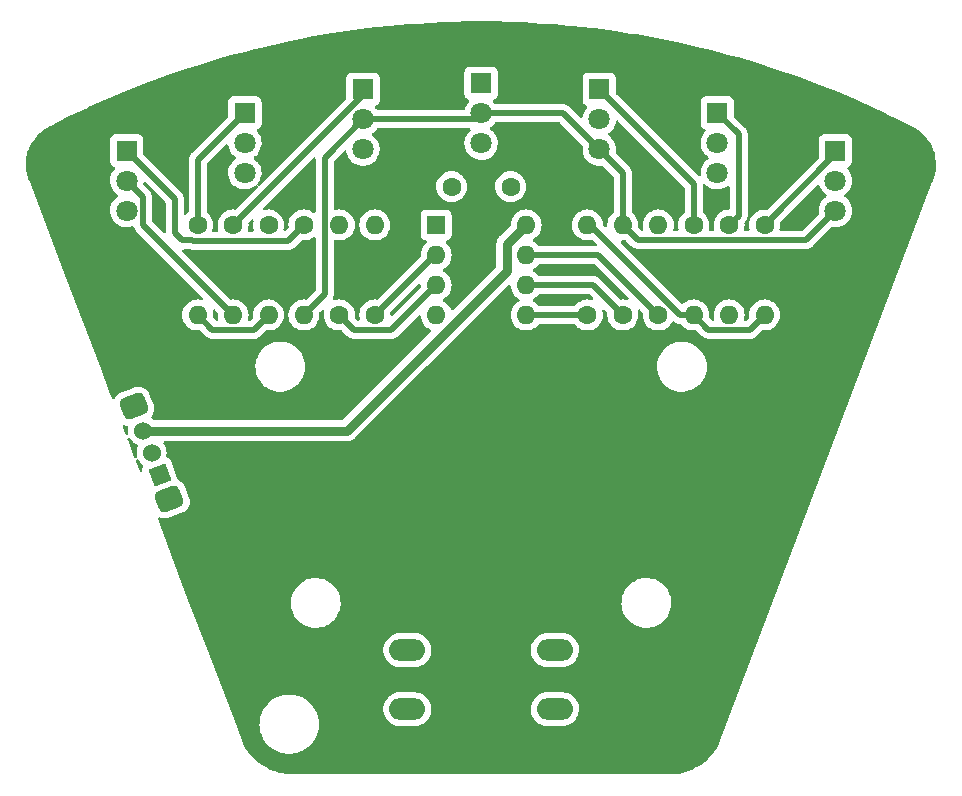
<source format=gbl>
G04 #@! TF.GenerationSoftware,KiCad,Pcbnew,6.0.11-2627ca5db0~126~ubuntu20.04.1*
G04 #@! TF.CreationDate,2025-11-03T09:59:40+01:00*
G04 #@! TF.ProjectId,attiny85_catch_me_bcl-1,61747469-6e79-4383-955f-63617463685f,1.0*
G04 #@! TF.SameCoordinates,Original*
G04 #@! TF.FileFunction,Copper,L2,Bot*
G04 #@! TF.FilePolarity,Positive*
%FSLAX46Y46*%
G04 Gerber Fmt 4.6, Leading zero omitted, Abs format (unit mm)*
G04 Created by KiCad (PCBNEW 6.0.11-2627ca5db0~126~ubuntu20.04.1) date 2025-11-03 09:59:40*
%MOMM*%
%LPD*%
G01*
G04 APERTURE LIST*
G04 Aperture macros list*
%AMRoundRect*
0 Rectangle with rounded corners*
0 $1 Rounding radius*
0 $2 $3 $4 $5 $6 $7 $8 $9 X,Y pos of 4 corners*
0 Add a 4 corners polygon primitive as box body*
4,1,4,$2,$3,$4,$5,$6,$7,$8,$9,$2,$3,0*
0 Add four circle primitives for the rounded corners*
1,1,$1+$1,$2,$3*
1,1,$1+$1,$4,$5*
1,1,$1+$1,$6,$7*
1,1,$1+$1,$8,$9*
0 Add four rect primitives between the rounded corners*
20,1,$1+$1,$2,$3,$4,$5,0*
20,1,$1+$1,$4,$5,$6,$7,0*
20,1,$1+$1,$6,$7,$8,$9,0*
20,1,$1+$1,$8,$9,$2,$3,0*%
%AMRotRect*
0 Rectangle, with rotation*
0 The origin of the aperture is its center*
0 $1 length*
0 $2 width*
0 $3 Rotation angle, in degrees counterclockwise*
0 Add horizontal line*
21,1,$1,$2,0,0,$3*%
G04 Aperture macros list end*
G04 #@! TA.AperFunction,ComponentPad*
%ADD10RoundRect,0.475000X0.413263X0.667431X-0.753713X0.219471X-0.413263X-0.667431X0.753713X-0.219471X0*%
G04 #@! TD*
G04 #@! TA.AperFunction,ComponentPad*
%ADD11RotRect,1.524000X1.524000X201.000000*%
G04 #@! TD*
G04 #@! TA.AperFunction,ComponentPad*
%ADD12C,1.524000*%
G04 #@! TD*
G04 #@! TA.AperFunction,ComponentPad*
%ADD13C,1.600000*%
G04 #@! TD*
G04 #@! TA.AperFunction,ComponentPad*
%ADD14O,1.600000X1.600000*%
G04 #@! TD*
G04 #@! TA.AperFunction,ComponentPad*
%ADD15R,1.600000X1.600000*%
G04 #@! TD*
G04 #@! TA.AperFunction,ComponentPad*
%ADD16O,3.048000X1.850000*%
G04 #@! TD*
G04 #@! TA.AperFunction,ComponentPad*
%ADD17R,1.800000X1.800000*%
G04 #@! TD*
G04 #@! TA.AperFunction,ComponentPad*
%ADD18C,1.800000*%
G04 #@! TD*
G04 #@! TA.AperFunction,Conductor*
%ADD19C,0.500000*%
G04 #@! TD*
G04 #@! TA.AperFunction,Conductor*
%ADD20C,0.800000*%
G04 #@! TD*
G04 APERTURE END LIST*
D10*
X78605146Y-105196038D03*
X75594854Y-97353962D03*
D11*
X77816736Y-103142161D03*
D12*
X77100000Y-101275000D03*
X76383264Y-99407839D03*
D13*
X120000000Y-89620000D03*
D14*
X120000000Y-82000000D03*
D13*
X117000000Y-89620000D03*
D14*
X117000000Y-82000000D03*
D13*
X114000000Y-89620000D03*
D14*
X114000000Y-82000000D03*
D13*
X96000000Y-89620000D03*
D14*
X96000000Y-82000000D03*
D15*
X101190000Y-82000000D03*
D14*
X101190000Y-84540000D03*
X101190000Y-87080000D03*
X101190000Y-89620000D03*
X108810000Y-89620000D03*
X108810000Y-87080000D03*
X108810000Y-84540000D03*
X108810000Y-82000000D03*
D16*
X111250000Y-123000000D03*
X98750000Y-123000000D03*
X111250000Y-118000000D03*
X98750000Y-118000000D03*
D13*
X107500000Y-78750000D03*
X102500000Y-78750000D03*
D17*
X125000000Y-72500000D03*
D18*
X125000000Y-75040000D03*
X125000000Y-77580000D03*
D17*
X115000000Y-70500000D03*
D18*
X115000000Y-73040000D03*
X115000000Y-75580000D03*
D17*
X85000000Y-72500000D03*
D18*
X85000000Y-75040000D03*
X85000000Y-77580000D03*
D13*
X81000000Y-82000000D03*
D14*
X81000000Y-89620000D03*
D13*
X87000000Y-82000000D03*
D14*
X87000000Y-89620000D03*
D17*
X105000000Y-70000000D03*
D18*
X105000000Y-72540000D03*
X105000000Y-75080000D03*
D17*
X95000000Y-70500000D03*
D18*
X95000000Y-73040000D03*
X95000000Y-75580000D03*
D13*
X126000000Y-82000000D03*
D14*
X126000000Y-89620000D03*
D13*
X90000000Y-82000000D03*
D14*
X90000000Y-89620000D03*
D13*
X123000000Y-82000000D03*
D14*
X123000000Y-89620000D03*
D13*
X84000000Y-82000000D03*
D14*
X84000000Y-89620000D03*
D17*
X135000000Y-75700000D03*
D18*
X135000000Y-78240000D03*
X135000000Y-80780000D03*
D13*
X93000000Y-89620000D03*
D14*
X93000000Y-82000000D03*
D17*
X75000000Y-75700000D03*
D18*
X75000000Y-78240000D03*
X75000000Y-80780000D03*
D13*
X129000000Y-82000000D03*
D14*
X129000000Y-89620000D03*
D19*
X108810000Y-87080000D02*
X114460000Y-87080000D01*
X114460000Y-87080000D02*
X117000000Y-89620000D01*
D20*
X93664903Y-99407839D02*
X107210000Y-85862742D01*
X107210000Y-85862742D02*
X107210000Y-83600000D01*
X76383264Y-99407839D02*
X93664903Y-99407839D01*
X107210000Y-83600000D02*
X108810000Y-82000000D01*
D19*
X76350000Y-81970000D02*
X76350000Y-79590000D01*
X114248630Y-82000000D02*
X114000000Y-82000000D01*
X76350000Y-79590000D02*
X75000000Y-78240000D01*
X124250000Y-90870000D02*
X127750000Y-90870000D01*
X123000000Y-89620000D02*
X124250000Y-90870000D01*
X84000000Y-89620000D02*
X76350000Y-81970000D01*
X123000000Y-89620000D02*
X121868630Y-89620000D01*
X121868630Y-89620000D02*
X114248630Y-82000000D01*
X127750000Y-90870000D02*
X129000000Y-89620000D01*
X117000000Y-77580000D02*
X115000000Y-75580000D01*
X132530000Y-83250000D02*
X135000000Y-80780000D01*
X91750000Y-87870000D02*
X90000000Y-89620000D01*
X117000000Y-82000000D02*
X118250000Y-83250000D01*
X111960000Y-72540000D02*
X115000000Y-75580000D01*
X95000000Y-73040000D02*
X91750000Y-76290000D01*
X118250000Y-83250000D02*
X132530000Y-83250000D01*
X104500000Y-73040000D02*
X105000000Y-72540000D01*
X95000000Y-73040000D02*
X104500000Y-73040000D01*
X105000000Y-72540000D02*
X111960000Y-72540000D01*
X117000000Y-82000000D02*
X117000000Y-77580000D01*
X91750000Y-76290000D02*
X91750000Y-87870000D01*
X120000000Y-89620000D02*
X114920000Y-84540000D01*
X114920000Y-84540000D02*
X108810000Y-84540000D01*
X90000000Y-82000000D02*
X88662600Y-83337400D01*
X79070617Y-82702817D02*
X79070617Y-79770617D01*
X79070617Y-79770617D02*
X75000000Y-75700000D01*
X80569633Y-83337400D02*
X80544233Y-83312000D01*
X88662600Y-83337400D02*
X80569633Y-83337400D01*
X79679800Y-83312000D02*
X79070617Y-82702817D01*
X80544233Y-83312000D02*
X79679800Y-83312000D01*
X81000000Y-76500000D02*
X85000000Y-72500000D01*
X81000000Y-82000000D02*
X81000000Y-76500000D01*
X108810000Y-89620000D02*
X114000000Y-89620000D01*
X95000000Y-71000000D02*
X84000000Y-82000000D01*
X95000000Y-70500000D02*
X95000000Y-71000000D01*
X85750000Y-90870000D02*
X87000000Y-89620000D01*
X82250000Y-90870000D02*
X85750000Y-90870000D01*
X81000000Y-89620000D02*
X82250000Y-90870000D01*
X123000000Y-78500000D02*
X115000000Y-70500000D01*
X123000000Y-82000000D02*
X123000000Y-78500000D01*
X126799999Y-81200001D02*
X126799999Y-74299999D01*
X126000000Y-82000000D02*
X126799999Y-81200001D01*
X126799999Y-74299999D02*
X125000000Y-72500000D01*
X135000000Y-76000000D02*
X135000000Y-75700000D01*
X129000000Y-82000000D02*
X135000000Y-76000000D01*
X101080000Y-84540000D02*
X101190000Y-84540000D01*
X96000000Y-89620000D02*
X101080000Y-84540000D01*
X94250000Y-90870000D02*
X97400000Y-90870000D01*
X93000000Y-89620000D02*
X94250000Y-90870000D01*
X97400000Y-90870000D02*
X101190000Y-87080000D01*
G04 #@! TA.AperFunction,NonConductor*
G36*
X90909532Y-76267315D02*
G01*
X90966368Y-76309862D01*
X90991179Y-76376382D01*
X90991500Y-76385371D01*
X90991500Y-80854829D01*
X90971498Y-80922950D01*
X90917842Y-80969443D01*
X90847568Y-80979547D01*
X90793230Y-80958043D01*
X90656749Y-80862477D01*
X90651767Y-80860154D01*
X90651762Y-80860151D01*
X90454225Y-80768039D01*
X90454224Y-80768039D01*
X90449243Y-80765716D01*
X90443935Y-80764294D01*
X90443933Y-80764293D01*
X90233402Y-80707881D01*
X90233400Y-80707881D01*
X90228087Y-80706457D01*
X90000000Y-80686502D01*
X89771913Y-80706457D01*
X89766600Y-80707881D01*
X89766598Y-80707881D01*
X89556067Y-80764293D01*
X89556065Y-80764294D01*
X89550757Y-80765716D01*
X89545776Y-80768039D01*
X89545775Y-80768039D01*
X89348238Y-80860151D01*
X89348233Y-80860154D01*
X89343251Y-80862477D01*
X89266970Y-80915890D01*
X89160211Y-80990643D01*
X89160208Y-80990645D01*
X89155700Y-80993802D01*
X88993802Y-81155700D01*
X88990645Y-81160208D01*
X88990643Y-81160211D01*
X88935902Y-81238389D01*
X88862477Y-81343251D01*
X88860154Y-81348233D01*
X88860151Y-81348238D01*
X88768039Y-81545775D01*
X88765716Y-81550757D01*
X88764294Y-81556065D01*
X88764293Y-81556067D01*
X88707881Y-81766598D01*
X88706457Y-81771913D01*
X88686502Y-82000000D01*
X88686981Y-82005475D01*
X88700755Y-82162913D01*
X88686766Y-82232518D01*
X88664329Y-82262990D01*
X88477559Y-82449760D01*
X88415247Y-82483786D01*
X88344432Y-82478721D01*
X88287596Y-82436174D01*
X88262785Y-82369654D01*
X88266757Y-82328054D01*
X88292119Y-82233402D01*
X88292120Y-82233399D01*
X88293543Y-82228087D01*
X88313498Y-82000000D01*
X88293543Y-81771913D01*
X88292119Y-81766598D01*
X88235707Y-81556067D01*
X88235706Y-81556065D01*
X88234284Y-81550757D01*
X88231961Y-81545775D01*
X88139849Y-81348238D01*
X88139846Y-81348233D01*
X88137523Y-81343251D01*
X88064098Y-81238389D01*
X88009357Y-81160211D01*
X88009355Y-81160208D01*
X88006198Y-81155700D01*
X87844300Y-80993802D01*
X87839792Y-80990645D01*
X87839789Y-80990643D01*
X87733030Y-80915890D01*
X87656749Y-80862477D01*
X87651767Y-80860154D01*
X87651762Y-80860151D01*
X87454225Y-80768039D01*
X87454224Y-80768039D01*
X87449243Y-80765716D01*
X87443935Y-80764294D01*
X87443933Y-80764293D01*
X87233402Y-80707881D01*
X87233400Y-80707881D01*
X87228087Y-80706457D01*
X87000000Y-80686502D01*
X86771913Y-80706457D01*
X86766600Y-80707881D01*
X86766598Y-80707881D01*
X86671946Y-80733243D01*
X86600970Y-80731553D01*
X86542174Y-80691759D01*
X86514226Y-80626495D01*
X86525999Y-80556481D01*
X86550240Y-80522441D01*
X90776405Y-76296276D01*
X90838717Y-76262250D01*
X90909532Y-76267315D01*
G37*
G04 #@! TD.AperFunction*
G04 #@! TA.AperFunction,NonConductor*
G36*
X133580432Y-78596415D02*
G01*
X133637268Y-78638962D01*
X133653142Y-78667066D01*
X133680494Y-78734425D01*
X133729286Y-78854584D01*
X133738484Y-78877237D01*
X133859501Y-79074719D01*
X134011147Y-79249784D01*
X134189349Y-79397730D01*
X134193819Y-79400342D01*
X134197511Y-79402500D01*
X134246232Y-79454140D01*
X134259301Y-79523924D01*
X134232566Y-79589694D01*
X134209589Y-79612045D01*
X134094956Y-79698114D01*
X134061655Y-79723117D01*
X133901639Y-79890564D01*
X133898725Y-79894836D01*
X133898724Y-79894837D01*
X133883152Y-79917665D01*
X133771119Y-80081899D01*
X133673602Y-80291981D01*
X133611707Y-80515169D01*
X133587095Y-80745469D01*
X133587392Y-80750622D01*
X133587392Y-80750625D01*
X133593067Y-80849041D01*
X133600427Y-80976697D01*
X133609112Y-81015234D01*
X133604576Y-81086083D01*
X133575290Y-81132029D01*
X132252724Y-82454595D01*
X132190412Y-82488621D01*
X132163629Y-82491500D01*
X130387168Y-82491500D01*
X130319047Y-82471498D01*
X130272554Y-82417842D01*
X130262450Y-82347568D01*
X130265461Y-82332888D01*
X130293543Y-82228087D01*
X130313498Y-82000000D01*
X130312251Y-81985750D01*
X130299245Y-81837087D01*
X130313234Y-81767482D01*
X130335671Y-81737010D01*
X133447305Y-78625376D01*
X133509617Y-78591350D01*
X133580432Y-78596415D01*
G37*
G04 #@! TD.AperFunction*
G04 #@! TA.AperFunction,NonConductor*
G36*
X116606817Y-73179498D02*
G01*
X122204595Y-78777276D01*
X122238621Y-78839588D01*
X122241500Y-78866371D01*
X122241500Y-80868133D01*
X122221498Y-80936254D01*
X122187772Y-80971345D01*
X122155700Y-80993802D01*
X121993802Y-81155700D01*
X121990645Y-81160208D01*
X121990643Y-81160211D01*
X121935902Y-81238389D01*
X121862477Y-81343251D01*
X121860154Y-81348233D01*
X121860151Y-81348238D01*
X121768039Y-81545775D01*
X121765716Y-81550757D01*
X121764294Y-81556065D01*
X121764293Y-81556067D01*
X121707881Y-81766598D01*
X121706457Y-81771913D01*
X121686502Y-82000000D01*
X121706457Y-82228087D01*
X121734539Y-82332888D01*
X121732849Y-82403865D01*
X121693055Y-82462661D01*
X121627791Y-82490609D01*
X121612832Y-82491500D01*
X121387168Y-82491500D01*
X121319047Y-82471498D01*
X121272554Y-82417842D01*
X121262450Y-82347568D01*
X121265461Y-82332888D01*
X121293543Y-82228087D01*
X121313498Y-82000000D01*
X121293543Y-81771913D01*
X121292119Y-81766598D01*
X121235707Y-81556067D01*
X121235706Y-81556065D01*
X121234284Y-81550757D01*
X121231961Y-81545775D01*
X121139849Y-81348238D01*
X121139846Y-81348233D01*
X121137523Y-81343251D01*
X121064098Y-81238389D01*
X121009357Y-81160211D01*
X121009355Y-81160208D01*
X121006198Y-81155700D01*
X120844300Y-80993802D01*
X120839792Y-80990645D01*
X120839789Y-80990643D01*
X120733030Y-80915890D01*
X120656749Y-80862477D01*
X120651767Y-80860154D01*
X120651762Y-80860151D01*
X120454225Y-80768039D01*
X120454224Y-80768039D01*
X120449243Y-80765716D01*
X120443935Y-80764294D01*
X120443933Y-80764293D01*
X120233402Y-80707881D01*
X120233400Y-80707881D01*
X120228087Y-80706457D01*
X120000000Y-80686502D01*
X119771913Y-80706457D01*
X119766600Y-80707881D01*
X119766598Y-80707881D01*
X119556067Y-80764293D01*
X119556065Y-80764294D01*
X119550757Y-80765716D01*
X119545776Y-80768039D01*
X119545775Y-80768039D01*
X119348238Y-80860151D01*
X119348233Y-80860154D01*
X119343251Y-80862477D01*
X119266970Y-80915890D01*
X119160211Y-80990643D01*
X119160208Y-80990645D01*
X119155700Y-80993802D01*
X118993802Y-81155700D01*
X118990645Y-81160208D01*
X118990643Y-81160211D01*
X118935902Y-81238389D01*
X118862477Y-81343251D01*
X118860154Y-81348233D01*
X118860151Y-81348238D01*
X118768039Y-81545775D01*
X118765716Y-81550757D01*
X118764294Y-81556065D01*
X118764293Y-81556067D01*
X118707881Y-81766598D01*
X118706457Y-81771913D01*
X118686502Y-82000000D01*
X118706457Y-82228087D01*
X118707880Y-82233399D01*
X118707881Y-82233402D01*
X118733243Y-82328054D01*
X118731553Y-82399030D01*
X118691759Y-82457826D01*
X118626495Y-82485774D01*
X118556481Y-82474001D01*
X118522441Y-82449760D01*
X118335671Y-82262990D01*
X118301645Y-82200678D01*
X118299245Y-82162913D01*
X118313019Y-82005475D01*
X118313498Y-82000000D01*
X118293543Y-81771913D01*
X118292119Y-81766598D01*
X118235707Y-81556067D01*
X118235706Y-81556065D01*
X118234284Y-81550757D01*
X118231961Y-81545775D01*
X118139849Y-81348238D01*
X118139846Y-81348233D01*
X118137523Y-81343251D01*
X118064098Y-81238389D01*
X118009357Y-81160211D01*
X118009355Y-81160208D01*
X118006198Y-81155700D01*
X117844300Y-80993802D01*
X117812229Y-80971345D01*
X117767901Y-80915890D01*
X117758500Y-80868133D01*
X117758500Y-77647069D01*
X117759933Y-77628118D01*
X117762099Y-77613883D01*
X117762099Y-77613881D01*
X117763199Y-77606651D01*
X117760777Y-77576868D01*
X117758915Y-77553982D01*
X117758500Y-77543767D01*
X117758500Y-77535707D01*
X117756440Y-77518039D01*
X117755211Y-77507493D01*
X117754778Y-77503118D01*
X117749454Y-77437661D01*
X117749453Y-77437658D01*
X117748860Y-77430363D01*
X117746604Y-77423399D01*
X117745413Y-77417440D01*
X117744029Y-77411585D01*
X117743182Y-77404319D01*
X117718265Y-77335673D01*
X117716848Y-77331545D01*
X117696607Y-77269064D01*
X117696606Y-77269062D01*
X117694351Y-77262101D01*
X117690555Y-77255846D01*
X117688049Y-77250372D01*
X117685330Y-77244942D01*
X117682833Y-77238063D01*
X117678820Y-77231942D01*
X117642814Y-77177024D01*
X117640467Y-77173305D01*
X117602595Y-77110893D01*
X117595197Y-77102516D01*
X117595224Y-77102492D01*
X117592571Y-77099500D01*
X117589868Y-77096267D01*
X117585856Y-77090148D01*
X117529617Y-77036872D01*
X117527175Y-77034494D01*
X116424176Y-75931495D01*
X116390150Y-75869183D01*
X116388349Y-75825954D01*
X116411203Y-75652362D01*
X116411203Y-75652358D01*
X116411640Y-75649041D01*
X116412733Y-75604327D01*
X116413245Y-75583365D01*
X116413245Y-75583361D01*
X116413327Y-75580000D01*
X116404072Y-75467428D01*
X116394773Y-75354318D01*
X116394772Y-75354312D01*
X116394349Y-75349167D01*
X116363587Y-75226698D01*
X116339184Y-75129544D01*
X116339183Y-75129540D01*
X116337925Y-75124533D01*
X116331189Y-75109041D01*
X116247630Y-74916868D01*
X116247628Y-74916865D01*
X116245570Y-74912131D01*
X116119764Y-74717665D01*
X116115720Y-74713220D01*
X116039580Y-74629544D01*
X115963887Y-74546358D01*
X115959836Y-74543159D01*
X115959832Y-74543155D01*
X115787077Y-74406722D01*
X115746014Y-74348805D01*
X115742782Y-74277882D01*
X115778407Y-74216470D01*
X115792001Y-74205261D01*
X115806615Y-74194837D01*
X115912243Y-74119494D01*
X116076303Y-73956005D01*
X116211458Y-73767917D01*
X116216918Y-73756871D01*
X116311784Y-73564922D01*
X116311785Y-73564920D01*
X116314078Y-73560280D01*
X116381408Y-73338671D01*
X116382083Y-73333544D01*
X116392800Y-73252146D01*
X116421523Y-73187219D01*
X116480789Y-73148128D01*
X116551780Y-73147283D01*
X116606817Y-73179498D01*
G37*
G04 #@! TD.AperFunction*
G04 #@! TA.AperFunction,NonConductor*
G36*
X123967012Y-78540797D02*
G01*
X123979735Y-78553521D01*
X124011147Y-78589784D01*
X124104235Y-78667067D01*
X124166288Y-78718584D01*
X124189349Y-78737730D01*
X124389322Y-78854584D01*
X124605694Y-78937209D01*
X124610760Y-78938240D01*
X124610761Y-78938240D01*
X124663846Y-78949040D01*
X124832656Y-78983385D01*
X124963324Y-78988176D01*
X125058949Y-78991683D01*
X125058953Y-78991683D01*
X125064113Y-78991872D01*
X125069233Y-78991216D01*
X125069235Y-78991216D01*
X125171720Y-78978087D01*
X125293847Y-78962442D01*
X125298795Y-78960957D01*
X125298802Y-78960956D01*
X125510747Y-78897369D01*
X125515690Y-78895886D01*
X125544768Y-78881641D01*
X125719049Y-78796262D01*
X125719052Y-78796260D01*
X125723684Y-78793991D01*
X125842333Y-78709360D01*
X125909404Y-78686088D01*
X125978412Y-78702771D01*
X126027446Y-78754115D01*
X126041499Y-78811940D01*
X126041499Y-80567413D01*
X126021497Y-80635534D01*
X125967841Y-80682027D01*
X125926481Y-80692934D01*
X125905801Y-80694743D01*
X125771913Y-80706457D01*
X125766600Y-80707881D01*
X125766598Y-80707881D01*
X125556067Y-80764293D01*
X125556065Y-80764294D01*
X125550757Y-80765716D01*
X125545776Y-80768039D01*
X125545775Y-80768039D01*
X125348238Y-80860151D01*
X125348233Y-80860154D01*
X125343251Y-80862477D01*
X125266970Y-80915890D01*
X125160211Y-80990643D01*
X125160208Y-80990645D01*
X125155700Y-80993802D01*
X124993802Y-81155700D01*
X124990645Y-81160208D01*
X124990643Y-81160211D01*
X124935902Y-81238389D01*
X124862477Y-81343251D01*
X124860154Y-81348233D01*
X124860151Y-81348238D01*
X124768039Y-81545775D01*
X124765716Y-81550757D01*
X124764294Y-81556065D01*
X124764293Y-81556067D01*
X124707881Y-81766598D01*
X124706457Y-81771913D01*
X124686502Y-82000000D01*
X124706457Y-82228087D01*
X124734539Y-82332888D01*
X124732849Y-82403865D01*
X124693055Y-82462661D01*
X124627791Y-82490609D01*
X124612832Y-82491500D01*
X124387168Y-82491500D01*
X124319047Y-82471498D01*
X124272554Y-82417842D01*
X124262450Y-82347568D01*
X124265461Y-82332888D01*
X124293543Y-82228087D01*
X124313498Y-82000000D01*
X124293543Y-81771913D01*
X124292119Y-81766598D01*
X124235707Y-81556067D01*
X124235706Y-81556065D01*
X124234284Y-81550757D01*
X124231961Y-81545775D01*
X124139849Y-81348238D01*
X124139846Y-81348233D01*
X124137523Y-81343251D01*
X124064098Y-81238389D01*
X124009357Y-81160211D01*
X124009355Y-81160208D01*
X124006198Y-81155700D01*
X123844300Y-80993802D01*
X123812229Y-80971345D01*
X123767901Y-80915890D01*
X123758500Y-80868133D01*
X123758500Y-78636021D01*
X123778502Y-78567900D01*
X123832158Y-78521407D01*
X123902432Y-78511303D01*
X123967012Y-78540797D01*
G37*
G04 #@! TD.AperFunction*
G04 #@! TA.AperFunction,NonConductor*
G36*
X83523190Y-75153657D02*
G01*
X83580026Y-75196204D01*
X83602075Y-75244012D01*
X83624644Y-75344156D01*
X83651346Y-75462642D01*
X83653288Y-75467424D01*
X83653289Y-75467428D01*
X83717793Y-75626281D01*
X83738484Y-75677237D01*
X83774619Y-75736204D01*
X83856109Y-75869183D01*
X83859501Y-75874719D01*
X84011147Y-76049784D01*
X84189349Y-76197730D01*
X84193819Y-76200342D01*
X84197511Y-76202500D01*
X84246232Y-76254140D01*
X84259301Y-76323924D01*
X84232566Y-76389694D01*
X84209589Y-76412045D01*
X84203304Y-76416764D01*
X84097765Y-76496005D01*
X84061655Y-76523117D01*
X84058083Y-76526855D01*
X83934315Y-76656371D01*
X83901639Y-76690564D01*
X83898725Y-76694836D01*
X83898724Y-76694837D01*
X83867684Y-76740340D01*
X83771119Y-76881899D01*
X83673602Y-77091981D01*
X83611707Y-77315169D01*
X83587095Y-77545469D01*
X83587392Y-77550622D01*
X83587392Y-77550625D01*
X83594003Y-77665285D01*
X83600427Y-77776697D01*
X83601564Y-77781743D01*
X83601565Y-77781749D01*
X83626903Y-77894181D01*
X83651346Y-78002642D01*
X83653288Y-78007424D01*
X83653289Y-78007428D01*
X83735799Y-78210625D01*
X83738484Y-78217237D01*
X83859501Y-78414719D01*
X84011147Y-78589784D01*
X84104235Y-78667067D01*
X84166288Y-78718584D01*
X84189349Y-78737730D01*
X84389322Y-78854584D01*
X84605694Y-78937209D01*
X84610760Y-78938240D01*
X84610761Y-78938240D01*
X84663846Y-78949040D01*
X84832656Y-78983385D01*
X84963324Y-78988176D01*
X85058949Y-78991683D01*
X85058953Y-78991683D01*
X85064113Y-78991872D01*
X85069233Y-78991216D01*
X85069235Y-78991216D01*
X85171720Y-78978087D01*
X85293847Y-78962442D01*
X85298795Y-78960957D01*
X85298802Y-78960956D01*
X85510747Y-78897369D01*
X85515690Y-78895886D01*
X85544768Y-78881641D01*
X85719049Y-78796262D01*
X85719052Y-78796260D01*
X85723684Y-78793991D01*
X85813303Y-78730067D01*
X85908033Y-78662497D01*
X85912243Y-78659494D01*
X85915029Y-78656718D01*
X85979642Y-78628172D01*
X86049785Y-78639146D01*
X86102861Y-78686300D01*
X86122017Y-78754663D01*
X86101173Y-78822531D01*
X86085122Y-78842197D01*
X84262990Y-80664329D01*
X84200678Y-80698355D01*
X84162913Y-80700755D01*
X84005475Y-80686981D01*
X84000000Y-80686502D01*
X83771913Y-80706457D01*
X83766600Y-80707881D01*
X83766598Y-80707881D01*
X83556067Y-80764293D01*
X83556065Y-80764294D01*
X83550757Y-80765716D01*
X83545776Y-80768039D01*
X83545775Y-80768039D01*
X83348238Y-80860151D01*
X83348233Y-80860154D01*
X83343251Y-80862477D01*
X83266970Y-80915890D01*
X83160211Y-80990643D01*
X83160208Y-80990645D01*
X83155700Y-80993802D01*
X82993802Y-81155700D01*
X82990645Y-81160208D01*
X82990643Y-81160211D01*
X82935902Y-81238389D01*
X82862477Y-81343251D01*
X82860154Y-81348233D01*
X82860151Y-81348238D01*
X82768039Y-81545775D01*
X82765716Y-81550757D01*
X82764294Y-81556065D01*
X82764293Y-81556067D01*
X82707881Y-81766598D01*
X82706457Y-81771913D01*
X82686502Y-82000000D01*
X82706457Y-82228087D01*
X82757958Y-82420290D01*
X82756268Y-82491265D01*
X82716474Y-82550061D01*
X82651210Y-82578009D01*
X82636251Y-82578900D01*
X82363749Y-82578900D01*
X82295628Y-82558898D01*
X82249135Y-82505242D01*
X82239031Y-82434968D01*
X82242040Y-82420296D01*
X82293543Y-82228087D01*
X82313498Y-82000000D01*
X82293543Y-81771913D01*
X82292119Y-81766598D01*
X82235707Y-81556067D01*
X82235706Y-81556065D01*
X82234284Y-81550757D01*
X82231961Y-81545775D01*
X82139849Y-81348238D01*
X82139846Y-81348233D01*
X82137523Y-81343251D01*
X82064098Y-81238389D01*
X82009357Y-81160211D01*
X82009355Y-81160208D01*
X82006198Y-81155700D01*
X81844300Y-80993802D01*
X81812229Y-80971345D01*
X81767901Y-80915890D01*
X81758500Y-80868133D01*
X81758500Y-76866371D01*
X81778502Y-76798250D01*
X81795405Y-76777276D01*
X83390063Y-75182618D01*
X83452375Y-75148592D01*
X83523190Y-75153657D01*
G37*
G04 #@! TD.AperFunction*
G04 #@! TA.AperFunction,NonConductor*
G36*
X85655568Y-81521279D02*
G01*
X85712404Y-81563826D01*
X85737215Y-81630346D01*
X85733243Y-81671946D01*
X85707881Y-81766598D01*
X85706457Y-81771913D01*
X85686502Y-82000000D01*
X85706457Y-82228087D01*
X85757958Y-82420290D01*
X85756268Y-82491265D01*
X85716474Y-82550061D01*
X85651210Y-82578009D01*
X85636251Y-82578900D01*
X85363749Y-82578900D01*
X85295628Y-82558898D01*
X85249135Y-82505242D01*
X85239031Y-82434968D01*
X85242040Y-82420296D01*
X85293543Y-82228087D01*
X85313498Y-82000000D01*
X85312251Y-81985750D01*
X85299245Y-81837087D01*
X85313234Y-81767482D01*
X85335671Y-81737010D01*
X85522441Y-81550240D01*
X85584753Y-81516214D01*
X85655568Y-81521279D01*
G37*
G04 #@! TD.AperFunction*
G04 #@! TA.AperFunction,NonConductor*
G36*
X76606817Y-78379498D02*
G01*
X78275212Y-80047893D01*
X78309238Y-80110205D01*
X78312117Y-80136988D01*
X78312117Y-82555246D01*
X78292115Y-82623367D01*
X78238459Y-82669860D01*
X78168185Y-82679964D01*
X78103605Y-82650470D01*
X78097022Y-82644341D01*
X77145405Y-81692724D01*
X77111379Y-81630412D01*
X77108500Y-81603629D01*
X77108500Y-79657069D01*
X77109933Y-79638118D01*
X77112099Y-79623883D01*
X77112099Y-79623881D01*
X77113199Y-79616651D01*
X77112392Y-79606722D01*
X77108915Y-79563982D01*
X77108500Y-79553767D01*
X77108500Y-79545707D01*
X77105999Y-79524252D01*
X77105211Y-79517493D01*
X77104778Y-79513118D01*
X77099454Y-79447661D01*
X77099453Y-79447658D01*
X77098860Y-79440363D01*
X77096604Y-79433399D01*
X77095413Y-79427440D01*
X77094029Y-79421585D01*
X77093182Y-79414319D01*
X77068265Y-79345673D01*
X77066848Y-79341545D01*
X77046607Y-79279064D01*
X77046606Y-79279062D01*
X77044351Y-79272101D01*
X77040555Y-79265846D01*
X77038049Y-79260372D01*
X77035330Y-79254942D01*
X77032833Y-79248063D01*
X76992809Y-79187016D01*
X76990472Y-79183312D01*
X76955509Y-79125693D01*
X76955505Y-79125688D01*
X76952595Y-79120892D01*
X76945197Y-79112516D01*
X76945223Y-79112493D01*
X76942574Y-79109503D01*
X76939866Y-79106264D01*
X76935856Y-79100148D01*
X76930549Y-79095121D01*
X76930546Y-79095117D01*
X76879617Y-79046872D01*
X76877175Y-79044494D01*
X76424176Y-78591495D01*
X76390150Y-78529183D01*
X76388349Y-78485953D01*
X76392800Y-78452146D01*
X76421523Y-78387219D01*
X76480788Y-78348128D01*
X76551780Y-78347283D01*
X76606817Y-78379498D01*
G37*
G04 #@! TD.AperFunction*
G04 #@! TA.AperFunction,NonConductor*
G36*
X114621750Y-85318502D02*
G01*
X114642724Y-85335405D01*
X117449760Y-88142441D01*
X117483786Y-88204753D01*
X117478721Y-88275568D01*
X117436174Y-88332404D01*
X117369654Y-88357215D01*
X117328054Y-88353243D01*
X117233402Y-88327881D01*
X117233400Y-88327881D01*
X117228087Y-88326457D01*
X117000000Y-88306502D01*
X116994525Y-88306981D01*
X116837087Y-88320755D01*
X116767482Y-88306766D01*
X116737010Y-88284329D01*
X115043770Y-86591089D01*
X115031384Y-86576677D01*
X115022851Y-86565082D01*
X115022846Y-86565077D01*
X115018508Y-86559182D01*
X115012930Y-86554443D01*
X115012927Y-86554440D01*
X114978232Y-86524965D01*
X114970716Y-86518035D01*
X114965021Y-86512340D01*
X114958880Y-86507482D01*
X114942749Y-86494719D01*
X114939345Y-86491928D01*
X114889297Y-86449409D01*
X114889295Y-86449408D01*
X114883715Y-86444667D01*
X114877199Y-86441339D01*
X114872150Y-86437972D01*
X114867021Y-86434805D01*
X114861284Y-86430266D01*
X114795125Y-86399345D01*
X114791225Y-86397439D01*
X114726192Y-86364231D01*
X114719084Y-86362492D01*
X114713441Y-86360393D01*
X114707678Y-86358476D01*
X114701050Y-86355378D01*
X114629583Y-86340513D01*
X114625299Y-86339543D01*
X114554390Y-86322192D01*
X114548788Y-86321844D01*
X114548785Y-86321844D01*
X114543236Y-86321500D01*
X114543238Y-86321464D01*
X114539245Y-86321225D01*
X114535053Y-86320851D01*
X114527885Y-86319360D01*
X114461675Y-86321151D01*
X114450479Y-86321454D01*
X114447072Y-86321500D01*
X109941867Y-86321500D01*
X109873746Y-86301498D01*
X109838655Y-86267772D01*
X109816198Y-86235700D01*
X109654300Y-86073802D01*
X109649792Y-86070645D01*
X109649789Y-86070643D01*
X109505867Y-85969868D01*
X109466749Y-85942477D01*
X109461767Y-85940154D01*
X109461762Y-85940151D01*
X109427543Y-85924195D01*
X109374258Y-85877278D01*
X109354797Y-85809001D01*
X109375339Y-85741041D01*
X109427543Y-85695805D01*
X109461762Y-85679849D01*
X109461767Y-85679846D01*
X109466749Y-85677523D01*
X109571611Y-85604098D01*
X109649789Y-85549357D01*
X109649792Y-85549355D01*
X109654300Y-85546198D01*
X109816198Y-85384300D01*
X109838655Y-85352229D01*
X109894110Y-85307901D01*
X109941867Y-85298500D01*
X114553629Y-85298500D01*
X114621750Y-85318502D01*
G37*
G04 #@! TD.AperFunction*
G04 #@! TA.AperFunction,NonConductor*
G36*
X114161750Y-87858502D02*
G01*
X114182724Y-87875405D01*
X114449760Y-88142441D01*
X114483786Y-88204753D01*
X114478721Y-88275568D01*
X114436174Y-88332404D01*
X114369654Y-88357215D01*
X114328054Y-88353243D01*
X114233402Y-88327881D01*
X114233400Y-88327881D01*
X114228087Y-88326457D01*
X114000000Y-88306502D01*
X113771913Y-88326457D01*
X113766600Y-88327881D01*
X113766598Y-88327881D01*
X113556067Y-88384293D01*
X113556065Y-88384294D01*
X113550757Y-88385716D01*
X113545776Y-88388039D01*
X113545775Y-88388039D01*
X113348238Y-88480151D01*
X113348233Y-88480154D01*
X113343251Y-88482477D01*
X113238389Y-88555902D01*
X113160211Y-88610643D01*
X113160208Y-88610645D01*
X113155700Y-88613802D01*
X112993802Y-88775700D01*
X112971345Y-88807771D01*
X112915890Y-88852099D01*
X112868133Y-88861500D01*
X109941867Y-88861500D01*
X109873746Y-88841498D01*
X109838655Y-88807772D01*
X109816198Y-88775700D01*
X109654300Y-88613802D01*
X109649792Y-88610645D01*
X109649789Y-88610643D01*
X109571611Y-88555902D01*
X109466749Y-88482477D01*
X109461767Y-88480154D01*
X109461762Y-88480151D01*
X109427543Y-88464195D01*
X109374258Y-88417278D01*
X109354797Y-88349001D01*
X109375339Y-88281041D01*
X109427543Y-88235805D01*
X109461762Y-88219849D01*
X109461767Y-88219846D01*
X109466749Y-88217523D01*
X109629042Y-88103884D01*
X109649789Y-88089357D01*
X109649792Y-88089355D01*
X109654300Y-88086198D01*
X109816198Y-87924300D01*
X109838655Y-87892229D01*
X109894110Y-87847901D01*
X109941867Y-87838500D01*
X114093629Y-87838500D01*
X114161750Y-87858502D01*
G37*
G04 #@! TD.AperFunction*
G04 #@! TA.AperFunction,NonConductor*
G36*
X99797339Y-86999508D02*
G01*
X99854175Y-87042055D01*
X99878828Y-87106583D01*
X99890755Y-87242914D01*
X99876766Y-87312519D01*
X99854329Y-87342990D01*
X97525788Y-89671531D01*
X97463476Y-89705557D01*
X97392661Y-89700492D01*
X97335825Y-89657945D01*
X97311172Y-89593417D01*
X97299245Y-89457086D01*
X97313234Y-89387481D01*
X97335671Y-89357010D01*
X99664212Y-87028469D01*
X99726524Y-86994443D01*
X99797339Y-86999508D01*
G37*
G04 #@! TD.AperFunction*
G04 #@! TA.AperFunction,NonConductor*
G36*
X82443519Y-89145999D02*
G01*
X82477559Y-89170240D01*
X82664329Y-89357010D01*
X82698355Y-89419322D01*
X82700755Y-89457086D01*
X82686502Y-89620000D01*
X82706457Y-89848087D01*
X82707881Y-89853400D01*
X82707881Y-89853402D01*
X82733243Y-89948054D01*
X82731553Y-90019030D01*
X82691759Y-90077826D01*
X82626495Y-90105774D01*
X82556481Y-90094001D01*
X82522441Y-90069760D01*
X82335671Y-89882990D01*
X82301645Y-89820678D01*
X82299245Y-89782913D01*
X82313019Y-89625475D01*
X82313498Y-89620000D01*
X82293543Y-89391913D01*
X82284191Y-89357010D01*
X82266757Y-89291946D01*
X82268447Y-89220970D01*
X82308241Y-89162174D01*
X82373505Y-89134226D01*
X82443519Y-89145999D01*
G37*
G04 #@! TD.AperFunction*
G04 #@! TA.AperFunction,NonConductor*
G36*
X111661750Y-73318502D02*
G01*
X111682724Y-73335405D01*
X113574017Y-75226698D01*
X113608043Y-75289010D01*
X113610209Y-75329182D01*
X113604392Y-75383617D01*
X113587095Y-75545469D01*
X113587392Y-75550622D01*
X113587392Y-75550625D01*
X113593067Y-75649041D01*
X113600427Y-75776697D01*
X113601564Y-75781743D01*
X113601565Y-75781749D01*
X113625146Y-75886384D01*
X113651346Y-76002642D01*
X113653288Y-76007424D01*
X113653289Y-76007428D01*
X113732500Y-76202500D01*
X113738484Y-76217237D01*
X113859501Y-76414719D01*
X114011147Y-76589784D01*
X114189349Y-76737730D01*
X114389322Y-76854584D01*
X114605694Y-76937209D01*
X114610760Y-76938240D01*
X114610761Y-76938240D01*
X114663846Y-76949040D01*
X114832656Y-76983385D01*
X114963324Y-76988176D01*
X115058949Y-76991683D01*
X115058953Y-76991683D01*
X115064113Y-76991872D01*
X115246594Y-76968495D01*
X115316703Y-76979679D01*
X115351698Y-77004379D01*
X116204595Y-77857276D01*
X116238621Y-77919588D01*
X116241500Y-77946371D01*
X116241500Y-80868133D01*
X116221498Y-80936254D01*
X116187772Y-80971345D01*
X116155700Y-80993802D01*
X115993802Y-81155700D01*
X115990645Y-81160208D01*
X115990643Y-81160211D01*
X115935902Y-81238389D01*
X115862477Y-81343251D01*
X115860154Y-81348233D01*
X115860151Y-81348238D01*
X115768039Y-81545775D01*
X115765716Y-81550757D01*
X115764294Y-81556065D01*
X115764293Y-81556067D01*
X115707881Y-81766598D01*
X115706457Y-81771913D01*
X115686502Y-82000000D01*
X115686981Y-82005475D01*
X115686981Y-82005486D01*
X115691343Y-82055340D01*
X115677355Y-82124944D01*
X115627956Y-82175937D01*
X115558830Y-82192128D01*
X115491925Y-82168376D01*
X115476728Y-82155417D01*
X115345178Y-82023867D01*
X115311152Y-81961555D01*
X115308752Y-81945754D01*
X115307761Y-81934425D01*
X115293543Y-81771913D01*
X115292119Y-81766598D01*
X115235707Y-81556067D01*
X115235706Y-81556065D01*
X115234284Y-81550757D01*
X115231961Y-81545775D01*
X115139849Y-81348238D01*
X115139846Y-81348233D01*
X115137523Y-81343251D01*
X115064098Y-81238389D01*
X115009357Y-81160211D01*
X115009355Y-81160208D01*
X115006198Y-81155700D01*
X114844300Y-80993802D01*
X114839792Y-80990645D01*
X114839789Y-80990643D01*
X114733030Y-80915890D01*
X114656749Y-80862477D01*
X114651767Y-80860154D01*
X114651762Y-80860151D01*
X114454225Y-80768039D01*
X114454224Y-80768039D01*
X114449243Y-80765716D01*
X114443935Y-80764294D01*
X114443933Y-80764293D01*
X114233402Y-80707881D01*
X114233400Y-80707881D01*
X114228087Y-80706457D01*
X114000000Y-80686502D01*
X113771913Y-80706457D01*
X113766600Y-80707881D01*
X113766598Y-80707881D01*
X113556067Y-80764293D01*
X113556065Y-80764294D01*
X113550757Y-80765716D01*
X113545776Y-80768039D01*
X113545775Y-80768039D01*
X113348238Y-80860151D01*
X113348233Y-80860154D01*
X113343251Y-80862477D01*
X113266970Y-80915890D01*
X113160211Y-80990643D01*
X113160208Y-80990645D01*
X113155700Y-80993802D01*
X112993802Y-81155700D01*
X112990645Y-81160208D01*
X112990643Y-81160211D01*
X112935902Y-81238389D01*
X112862477Y-81343251D01*
X112860154Y-81348233D01*
X112860151Y-81348238D01*
X112768039Y-81545775D01*
X112765716Y-81550757D01*
X112764294Y-81556065D01*
X112764293Y-81556067D01*
X112707881Y-81766598D01*
X112706457Y-81771913D01*
X112686502Y-82000000D01*
X112706457Y-82228087D01*
X112707880Y-82233399D01*
X112707881Y-82233402D01*
X112734539Y-82332888D01*
X112765716Y-82449243D01*
X112768039Y-82454224D01*
X112768039Y-82454225D01*
X112860151Y-82651762D01*
X112860154Y-82651767D01*
X112862477Y-82656749D01*
X112993802Y-82844300D01*
X113155700Y-83006198D01*
X113160208Y-83009355D01*
X113160211Y-83009357D01*
X113199054Y-83036555D01*
X113343251Y-83137523D01*
X113348233Y-83139846D01*
X113348238Y-83139849D01*
X113508499Y-83214579D01*
X113550757Y-83234284D01*
X113556065Y-83235706D01*
X113556067Y-83235707D01*
X113766598Y-83292119D01*
X113766600Y-83292119D01*
X113771913Y-83293543D01*
X114000000Y-83313498D01*
X114228087Y-83293543D01*
X114233400Y-83292119D01*
X114233402Y-83292119D01*
X114348211Y-83261356D01*
X114419187Y-83263046D01*
X114469917Y-83293968D01*
X114742354Y-83566405D01*
X114776380Y-83628717D01*
X114771315Y-83699532D01*
X114728768Y-83756368D01*
X114662248Y-83781179D01*
X114653259Y-83781500D01*
X109941867Y-83781500D01*
X109873746Y-83761498D01*
X109838655Y-83727772D01*
X109816198Y-83695700D01*
X109654300Y-83533802D01*
X109649792Y-83530645D01*
X109649789Y-83530643D01*
X109550271Y-83460960D01*
X109466749Y-83402477D01*
X109461767Y-83400154D01*
X109461762Y-83400151D01*
X109427543Y-83384195D01*
X109374258Y-83337278D01*
X109354797Y-83269001D01*
X109375339Y-83201041D01*
X109427543Y-83155805D01*
X109461762Y-83139849D01*
X109461767Y-83139846D01*
X109466749Y-83137523D01*
X109610946Y-83036555D01*
X109649789Y-83009357D01*
X109649792Y-83009355D01*
X109654300Y-83006198D01*
X109816198Y-82844300D01*
X109947523Y-82656749D01*
X109949846Y-82651767D01*
X109949849Y-82651762D01*
X110041961Y-82454225D01*
X110041961Y-82454224D01*
X110044284Y-82449243D01*
X110075462Y-82332888D01*
X110102119Y-82233402D01*
X110102120Y-82233399D01*
X110103543Y-82228087D01*
X110123498Y-82000000D01*
X110103543Y-81771913D01*
X110102119Y-81766598D01*
X110045707Y-81556067D01*
X110045706Y-81556065D01*
X110044284Y-81550757D01*
X110041961Y-81545775D01*
X109949849Y-81348238D01*
X109949846Y-81348233D01*
X109947523Y-81343251D01*
X109874098Y-81238389D01*
X109819357Y-81160211D01*
X109819355Y-81160208D01*
X109816198Y-81155700D01*
X109654300Y-80993802D01*
X109649792Y-80990645D01*
X109649789Y-80990643D01*
X109543030Y-80915890D01*
X109466749Y-80862477D01*
X109461767Y-80860154D01*
X109461762Y-80860151D01*
X109264225Y-80768039D01*
X109264224Y-80768039D01*
X109259243Y-80765716D01*
X109253935Y-80764294D01*
X109253933Y-80764293D01*
X109043402Y-80707881D01*
X109043400Y-80707881D01*
X109038087Y-80706457D01*
X108810000Y-80686502D01*
X108581913Y-80706457D01*
X108576600Y-80707881D01*
X108576598Y-80707881D01*
X108366067Y-80764293D01*
X108366065Y-80764294D01*
X108360757Y-80765716D01*
X108355776Y-80768039D01*
X108355775Y-80768039D01*
X108158238Y-80860151D01*
X108158233Y-80860154D01*
X108153251Y-80862477D01*
X108076970Y-80915890D01*
X107970211Y-80990643D01*
X107970208Y-80990645D01*
X107965700Y-80993802D01*
X107803802Y-81155700D01*
X107800645Y-81160208D01*
X107800643Y-81160211D01*
X107745902Y-81238389D01*
X107672477Y-81343251D01*
X107670154Y-81348233D01*
X107670151Y-81348238D01*
X107578039Y-81545775D01*
X107575716Y-81550757D01*
X107574294Y-81556065D01*
X107574293Y-81556067D01*
X107517881Y-81766598D01*
X107516457Y-81771913D01*
X107515978Y-81777389D01*
X107515977Y-81777394D01*
X107508532Y-81862492D01*
X107499866Y-81961555D01*
X107497749Y-81985750D01*
X107471886Y-82051869D01*
X107461323Y-82063864D01*
X106625168Y-82900019D01*
X106610135Y-82912860D01*
X106598747Y-82921134D01*
X106594327Y-82926043D01*
X106552984Y-82971959D01*
X106548443Y-82976744D01*
X106533928Y-82991259D01*
X106531852Y-82993823D01*
X106521006Y-83007216D01*
X106516722Y-83012231D01*
X106475381Y-83058145D01*
X106475377Y-83058150D01*
X106470960Y-83063056D01*
X106467660Y-83068772D01*
X106467657Y-83068776D01*
X106463927Y-83075237D01*
X106452727Y-83091533D01*
X106443871Y-83102470D01*
X106412815Y-83163421D01*
X106409669Y-83169215D01*
X106375473Y-83228444D01*
X106373432Y-83234726D01*
X106373431Y-83234728D01*
X106371125Y-83241826D01*
X106363560Y-83260092D01*
X106357171Y-83272630D01*
X106348652Y-83304425D01*
X106339469Y-83338695D01*
X106337600Y-83345003D01*
X106316458Y-83410072D01*
X106315768Y-83416637D01*
X106315766Y-83416646D01*
X106314985Y-83424075D01*
X106311383Y-83443509D01*
X106309453Y-83450714D01*
X106307743Y-83457097D01*
X106307398Y-83463688D01*
X106307397Y-83463692D01*
X106304164Y-83525384D01*
X106303647Y-83531958D01*
X106303044Y-83537699D01*
X106301500Y-83552390D01*
X106301500Y-83572926D01*
X106301327Y-83579520D01*
X106298749Y-83628717D01*
X106297748Y-83647810D01*
X106298780Y-83654325D01*
X106299949Y-83661705D01*
X106301500Y-83681417D01*
X106301500Y-85434239D01*
X106281498Y-85502360D01*
X106264595Y-85523334D01*
X102612867Y-89175062D01*
X102550555Y-89209088D01*
X102479740Y-89204023D01*
X102422904Y-89161476D01*
X102409577Y-89139217D01*
X102329849Y-88968238D01*
X102329846Y-88968233D01*
X102327523Y-88963251D01*
X102196198Y-88775700D01*
X102034300Y-88613802D01*
X102029792Y-88610645D01*
X102029789Y-88610643D01*
X101951611Y-88555902D01*
X101846749Y-88482477D01*
X101841767Y-88480154D01*
X101841762Y-88480151D01*
X101807543Y-88464195D01*
X101754258Y-88417278D01*
X101734797Y-88349001D01*
X101755339Y-88281041D01*
X101807543Y-88235805D01*
X101841762Y-88219849D01*
X101841767Y-88219846D01*
X101846749Y-88217523D01*
X102009042Y-88103884D01*
X102029789Y-88089357D01*
X102029792Y-88089355D01*
X102034300Y-88086198D01*
X102196198Y-87924300D01*
X102327523Y-87736749D01*
X102329846Y-87731767D01*
X102329849Y-87731762D01*
X102421961Y-87534225D01*
X102421961Y-87534224D01*
X102424284Y-87529243D01*
X102483543Y-87308087D01*
X102503498Y-87080000D01*
X102483543Y-86851913D01*
X102424284Y-86630757D01*
X102399066Y-86576677D01*
X102329849Y-86428238D01*
X102329846Y-86428233D01*
X102327523Y-86423251D01*
X102196198Y-86235700D01*
X102034300Y-86073802D01*
X102029792Y-86070645D01*
X102029789Y-86070643D01*
X101885867Y-85969868D01*
X101846749Y-85942477D01*
X101841767Y-85940154D01*
X101841762Y-85940151D01*
X101807543Y-85924195D01*
X101754258Y-85877278D01*
X101734797Y-85809001D01*
X101755339Y-85741041D01*
X101807543Y-85695805D01*
X101841762Y-85679849D01*
X101841767Y-85679846D01*
X101846749Y-85677523D01*
X101951611Y-85604098D01*
X102029789Y-85549357D01*
X102029792Y-85549355D01*
X102034300Y-85546198D01*
X102196198Y-85384300D01*
X102327523Y-85196749D01*
X102329846Y-85191767D01*
X102329849Y-85191762D01*
X102421961Y-84994225D01*
X102421961Y-84994224D01*
X102424284Y-84989243D01*
X102483543Y-84768087D01*
X102503498Y-84540000D01*
X102483543Y-84311913D01*
X102476491Y-84285595D01*
X102425707Y-84096067D01*
X102425706Y-84096065D01*
X102424284Y-84090757D01*
X102418269Y-84077857D01*
X102329849Y-83888238D01*
X102329846Y-83888233D01*
X102327523Y-83883251D01*
X102196198Y-83695700D01*
X102034300Y-83533802D01*
X102029789Y-83530643D01*
X102025576Y-83527108D01*
X102026527Y-83525974D01*
X101986529Y-83475929D01*
X101979224Y-83405310D01*
X102011258Y-83341951D01*
X102072462Y-83305970D01*
X102089517Y-83302918D01*
X102100316Y-83301745D01*
X102236705Y-83250615D01*
X102353261Y-83163261D01*
X102440615Y-83046705D01*
X102491745Y-82910316D01*
X102498500Y-82848134D01*
X102498500Y-81151866D01*
X102491745Y-81089684D01*
X102440615Y-80953295D01*
X102353261Y-80836739D01*
X102236705Y-80749385D01*
X102100316Y-80698255D01*
X102038134Y-80691500D01*
X100341866Y-80691500D01*
X100279684Y-80698255D01*
X100143295Y-80749385D01*
X100026739Y-80836739D01*
X99939385Y-80953295D01*
X99888255Y-81089684D01*
X99881500Y-81151866D01*
X99881500Y-82848134D01*
X99888255Y-82910316D01*
X99939385Y-83046705D01*
X100026739Y-83163261D01*
X100143295Y-83250615D01*
X100279684Y-83301745D01*
X100290474Y-83302917D01*
X100292606Y-83303803D01*
X100295222Y-83304425D01*
X100295121Y-83304848D01*
X100356035Y-83330155D01*
X100396463Y-83388517D01*
X100398922Y-83459471D01*
X100362629Y-83520490D01*
X100353969Y-83527489D01*
X100350207Y-83530646D01*
X100345700Y-83533802D01*
X100183802Y-83695700D01*
X100052477Y-83883251D01*
X100050154Y-83888233D01*
X100050151Y-83888238D01*
X99961731Y-84077857D01*
X99955716Y-84090757D01*
X99954294Y-84096065D01*
X99954293Y-84096067D01*
X99903509Y-84285595D01*
X99896457Y-84311913D01*
X99876502Y-84540000D01*
X99876981Y-84545475D01*
X99876981Y-84545477D01*
X99881905Y-84601765D01*
X99867915Y-84671369D01*
X99845479Y-84701840D01*
X96262990Y-88284329D01*
X96200678Y-88318355D01*
X96162913Y-88320755D01*
X96005475Y-88306981D01*
X96000000Y-88306502D01*
X95771913Y-88326457D01*
X95766600Y-88327881D01*
X95766598Y-88327881D01*
X95556067Y-88384293D01*
X95556065Y-88384294D01*
X95550757Y-88385716D01*
X95545776Y-88388039D01*
X95545775Y-88388039D01*
X95348238Y-88480151D01*
X95348233Y-88480154D01*
X95343251Y-88482477D01*
X95238389Y-88555902D01*
X95160211Y-88610643D01*
X95160208Y-88610645D01*
X95155700Y-88613802D01*
X94993802Y-88775700D01*
X94862477Y-88963251D01*
X94860154Y-88968233D01*
X94860151Y-88968238D01*
X94780423Y-89139217D01*
X94765716Y-89170757D01*
X94706457Y-89391913D01*
X94686502Y-89620000D01*
X94706457Y-89848087D01*
X94707881Y-89853400D01*
X94707881Y-89853402D01*
X94733243Y-89948054D01*
X94731553Y-90019030D01*
X94691759Y-90077826D01*
X94626495Y-90105774D01*
X94556481Y-90094001D01*
X94522441Y-90069760D01*
X94335671Y-89882990D01*
X94301645Y-89820678D01*
X94299245Y-89782913D01*
X94313019Y-89625475D01*
X94313498Y-89620000D01*
X94293543Y-89391913D01*
X94234284Y-89170757D01*
X94219577Y-89139217D01*
X94139849Y-88968238D01*
X94139846Y-88968233D01*
X94137523Y-88963251D01*
X94006198Y-88775700D01*
X93844300Y-88613802D01*
X93839792Y-88610645D01*
X93839789Y-88610643D01*
X93761611Y-88555902D01*
X93656749Y-88482477D01*
X93651767Y-88480154D01*
X93651762Y-88480151D01*
X93454225Y-88388039D01*
X93454224Y-88388039D01*
X93449243Y-88385716D01*
X93443935Y-88384294D01*
X93443933Y-88384293D01*
X93233402Y-88327881D01*
X93233400Y-88327881D01*
X93228087Y-88326457D01*
X93000000Y-88306502D01*
X92771913Y-88326457D01*
X92766600Y-88327881D01*
X92766598Y-88327881D01*
X92578367Y-88378318D01*
X92507391Y-88376628D01*
X92448595Y-88336834D01*
X92420647Y-88271570D01*
X92433539Y-88199310D01*
X92433818Y-88198763D01*
X92465769Y-88136192D01*
X92467508Y-88129083D01*
X92469604Y-88123449D01*
X92471523Y-88117679D01*
X92474622Y-88111050D01*
X92479135Y-88089357D01*
X92489490Y-88039571D01*
X92490461Y-88035282D01*
X92506473Y-87969844D01*
X92507808Y-87964390D01*
X92508500Y-87953236D01*
X92508535Y-87953238D01*
X92508775Y-87949266D01*
X92509152Y-87945045D01*
X92510641Y-87937885D01*
X92508546Y-87860458D01*
X92508500Y-87857050D01*
X92508500Y-83387168D01*
X92528502Y-83319047D01*
X92582158Y-83272554D01*
X92652432Y-83262450D01*
X92667105Y-83265460D01*
X92771913Y-83293543D01*
X93000000Y-83313498D01*
X93228087Y-83293543D01*
X93233400Y-83292119D01*
X93233402Y-83292119D01*
X93443933Y-83235707D01*
X93443935Y-83235706D01*
X93449243Y-83234284D01*
X93491501Y-83214579D01*
X93651762Y-83139849D01*
X93651767Y-83139846D01*
X93656749Y-83137523D01*
X93800946Y-83036555D01*
X93839789Y-83009357D01*
X93839792Y-83009355D01*
X93844300Y-83006198D01*
X94006198Y-82844300D01*
X94137523Y-82656749D01*
X94139846Y-82651767D01*
X94139849Y-82651762D01*
X94231961Y-82454225D01*
X94231961Y-82454224D01*
X94234284Y-82449243D01*
X94265462Y-82332888D01*
X94292119Y-82233402D01*
X94292120Y-82233399D01*
X94293543Y-82228087D01*
X94313498Y-82000000D01*
X94686502Y-82000000D01*
X94706457Y-82228087D01*
X94707880Y-82233399D01*
X94707881Y-82233402D01*
X94734539Y-82332888D01*
X94765716Y-82449243D01*
X94768039Y-82454224D01*
X94768039Y-82454225D01*
X94860151Y-82651762D01*
X94860154Y-82651767D01*
X94862477Y-82656749D01*
X94993802Y-82844300D01*
X95155700Y-83006198D01*
X95160208Y-83009355D01*
X95160211Y-83009357D01*
X95199054Y-83036555D01*
X95343251Y-83137523D01*
X95348233Y-83139846D01*
X95348238Y-83139849D01*
X95508499Y-83214579D01*
X95550757Y-83234284D01*
X95556065Y-83235706D01*
X95556067Y-83235707D01*
X95766598Y-83292119D01*
X95766600Y-83292119D01*
X95771913Y-83293543D01*
X96000000Y-83313498D01*
X96228087Y-83293543D01*
X96233400Y-83292119D01*
X96233402Y-83292119D01*
X96443933Y-83235707D01*
X96443935Y-83235706D01*
X96449243Y-83234284D01*
X96491501Y-83214579D01*
X96651762Y-83139849D01*
X96651767Y-83139846D01*
X96656749Y-83137523D01*
X96800946Y-83036555D01*
X96839789Y-83009357D01*
X96839792Y-83009355D01*
X96844300Y-83006198D01*
X97006198Y-82844300D01*
X97137523Y-82656749D01*
X97139846Y-82651767D01*
X97139849Y-82651762D01*
X97231961Y-82454225D01*
X97231961Y-82454224D01*
X97234284Y-82449243D01*
X97265462Y-82332888D01*
X97292119Y-82233402D01*
X97292120Y-82233399D01*
X97293543Y-82228087D01*
X97313498Y-82000000D01*
X97293543Y-81771913D01*
X97292119Y-81766598D01*
X97235707Y-81556067D01*
X97235706Y-81556065D01*
X97234284Y-81550757D01*
X97231961Y-81545775D01*
X97139849Y-81348238D01*
X97139846Y-81348233D01*
X97137523Y-81343251D01*
X97064098Y-81238389D01*
X97009357Y-81160211D01*
X97009355Y-81160208D01*
X97006198Y-81155700D01*
X96844300Y-80993802D01*
X96839792Y-80990645D01*
X96839789Y-80990643D01*
X96733030Y-80915890D01*
X96656749Y-80862477D01*
X96651767Y-80860154D01*
X96651762Y-80860151D01*
X96454225Y-80768039D01*
X96454224Y-80768039D01*
X96449243Y-80765716D01*
X96443935Y-80764294D01*
X96443933Y-80764293D01*
X96233402Y-80707881D01*
X96233400Y-80707881D01*
X96228087Y-80706457D01*
X96000000Y-80686502D01*
X95771913Y-80706457D01*
X95766600Y-80707881D01*
X95766598Y-80707881D01*
X95556067Y-80764293D01*
X95556065Y-80764294D01*
X95550757Y-80765716D01*
X95545776Y-80768039D01*
X95545775Y-80768039D01*
X95348238Y-80860151D01*
X95348233Y-80860154D01*
X95343251Y-80862477D01*
X95266970Y-80915890D01*
X95160211Y-80990643D01*
X95160208Y-80990645D01*
X95155700Y-80993802D01*
X94993802Y-81155700D01*
X94990645Y-81160208D01*
X94990643Y-81160211D01*
X94935902Y-81238389D01*
X94862477Y-81343251D01*
X94860154Y-81348233D01*
X94860151Y-81348238D01*
X94768039Y-81545775D01*
X94765716Y-81550757D01*
X94764294Y-81556065D01*
X94764293Y-81556067D01*
X94707881Y-81766598D01*
X94706457Y-81771913D01*
X94686502Y-82000000D01*
X94313498Y-82000000D01*
X94293543Y-81771913D01*
X94292119Y-81766598D01*
X94235707Y-81556067D01*
X94235706Y-81556065D01*
X94234284Y-81550757D01*
X94231961Y-81545775D01*
X94139849Y-81348238D01*
X94139846Y-81348233D01*
X94137523Y-81343251D01*
X94064098Y-81238389D01*
X94009357Y-81160211D01*
X94009355Y-81160208D01*
X94006198Y-81155700D01*
X93844300Y-80993802D01*
X93839792Y-80990645D01*
X93839789Y-80990643D01*
X93733030Y-80915890D01*
X93656749Y-80862477D01*
X93651767Y-80860154D01*
X93651762Y-80860151D01*
X93454225Y-80768039D01*
X93454224Y-80768039D01*
X93449243Y-80765716D01*
X93443935Y-80764294D01*
X93443933Y-80764293D01*
X93233402Y-80707881D01*
X93233400Y-80707881D01*
X93228087Y-80706457D01*
X93000000Y-80686502D01*
X92771913Y-80706457D01*
X92667110Y-80734539D01*
X92596135Y-80732849D01*
X92537339Y-80693055D01*
X92509391Y-80627791D01*
X92508500Y-80612832D01*
X92508500Y-78750000D01*
X101186502Y-78750000D01*
X101206457Y-78978087D01*
X101207881Y-78983400D01*
X101207881Y-78983402D01*
X101232350Y-79074719D01*
X101265716Y-79199243D01*
X101268039Y-79204224D01*
X101268039Y-79204225D01*
X101360151Y-79401762D01*
X101360154Y-79401767D01*
X101362477Y-79406749D01*
X101412285Y-79477882D01*
X101490577Y-79589694D01*
X101493802Y-79594300D01*
X101655700Y-79756198D01*
X101660208Y-79759355D01*
X101660211Y-79759357D01*
X101714354Y-79797268D01*
X101843251Y-79887523D01*
X101848233Y-79889846D01*
X101848238Y-79889849D01*
X102045775Y-79981961D01*
X102050757Y-79984284D01*
X102056065Y-79985706D01*
X102056067Y-79985707D01*
X102266598Y-80042119D01*
X102266600Y-80042119D01*
X102271913Y-80043543D01*
X102500000Y-80063498D01*
X102728087Y-80043543D01*
X102733400Y-80042119D01*
X102733402Y-80042119D01*
X102943933Y-79985707D01*
X102943935Y-79985706D01*
X102949243Y-79984284D01*
X102954225Y-79981961D01*
X103151762Y-79889849D01*
X103151767Y-79889846D01*
X103156749Y-79887523D01*
X103285646Y-79797268D01*
X103339789Y-79759357D01*
X103339792Y-79759355D01*
X103344300Y-79756198D01*
X103506198Y-79594300D01*
X103509424Y-79589694D01*
X103587715Y-79477882D01*
X103637523Y-79406749D01*
X103639846Y-79401767D01*
X103639849Y-79401762D01*
X103731961Y-79204225D01*
X103731961Y-79204224D01*
X103734284Y-79199243D01*
X103767651Y-79074719D01*
X103792119Y-78983402D01*
X103792119Y-78983400D01*
X103793543Y-78978087D01*
X103813498Y-78750000D01*
X106186502Y-78750000D01*
X106206457Y-78978087D01*
X106207881Y-78983400D01*
X106207881Y-78983402D01*
X106232350Y-79074719D01*
X106265716Y-79199243D01*
X106268039Y-79204224D01*
X106268039Y-79204225D01*
X106360151Y-79401762D01*
X106360154Y-79401767D01*
X106362477Y-79406749D01*
X106412285Y-79477882D01*
X106490577Y-79589694D01*
X106493802Y-79594300D01*
X106655700Y-79756198D01*
X106660208Y-79759355D01*
X106660211Y-79759357D01*
X106714354Y-79797268D01*
X106843251Y-79887523D01*
X106848233Y-79889846D01*
X106848238Y-79889849D01*
X107045775Y-79981961D01*
X107050757Y-79984284D01*
X107056065Y-79985706D01*
X107056067Y-79985707D01*
X107266598Y-80042119D01*
X107266600Y-80042119D01*
X107271913Y-80043543D01*
X107500000Y-80063498D01*
X107728087Y-80043543D01*
X107733400Y-80042119D01*
X107733402Y-80042119D01*
X107943933Y-79985707D01*
X107943935Y-79985706D01*
X107949243Y-79984284D01*
X107954225Y-79981961D01*
X108151762Y-79889849D01*
X108151767Y-79889846D01*
X108156749Y-79887523D01*
X108285646Y-79797268D01*
X108339789Y-79759357D01*
X108339792Y-79759355D01*
X108344300Y-79756198D01*
X108506198Y-79594300D01*
X108509424Y-79589694D01*
X108587715Y-79477882D01*
X108637523Y-79406749D01*
X108639846Y-79401767D01*
X108639849Y-79401762D01*
X108731961Y-79204225D01*
X108731961Y-79204224D01*
X108734284Y-79199243D01*
X108767651Y-79074719D01*
X108792119Y-78983402D01*
X108792119Y-78983400D01*
X108793543Y-78978087D01*
X108813498Y-78750000D01*
X108793543Y-78521913D01*
X108785476Y-78491808D01*
X108735707Y-78306067D01*
X108735706Y-78306065D01*
X108734284Y-78300757D01*
X108731961Y-78295775D01*
X108639849Y-78098238D01*
X108639846Y-78098233D01*
X108637523Y-78093251D01*
X108563108Y-77986976D01*
X108509357Y-77910211D01*
X108509355Y-77910208D01*
X108506198Y-77905700D01*
X108344300Y-77743802D01*
X108339792Y-77740645D01*
X108339789Y-77740643D01*
X108213706Y-77652359D01*
X108156749Y-77612477D01*
X108151767Y-77610154D01*
X108151762Y-77610151D01*
X107954225Y-77518039D01*
X107954224Y-77518039D01*
X107949243Y-77515716D01*
X107943935Y-77514294D01*
X107943933Y-77514293D01*
X107733402Y-77457881D01*
X107733400Y-77457881D01*
X107728087Y-77456457D01*
X107500000Y-77436502D01*
X107271913Y-77456457D01*
X107266600Y-77457881D01*
X107266598Y-77457881D01*
X107056067Y-77514293D01*
X107056065Y-77514294D01*
X107050757Y-77515716D01*
X107045776Y-77518039D01*
X107045775Y-77518039D01*
X106848238Y-77610151D01*
X106848233Y-77610154D01*
X106843251Y-77612477D01*
X106786294Y-77652359D01*
X106660211Y-77740643D01*
X106660208Y-77740645D01*
X106655700Y-77743802D01*
X106493802Y-77905700D01*
X106490645Y-77910208D01*
X106490643Y-77910211D01*
X106436892Y-77986976D01*
X106362477Y-78093251D01*
X106360154Y-78098233D01*
X106360151Y-78098238D01*
X106268039Y-78295775D01*
X106265716Y-78300757D01*
X106264294Y-78306065D01*
X106264293Y-78306067D01*
X106214524Y-78491808D01*
X106206457Y-78521913D01*
X106186502Y-78750000D01*
X103813498Y-78750000D01*
X103793543Y-78521913D01*
X103785476Y-78491808D01*
X103735707Y-78306067D01*
X103735706Y-78306065D01*
X103734284Y-78300757D01*
X103731961Y-78295775D01*
X103639849Y-78098238D01*
X103639846Y-78098233D01*
X103637523Y-78093251D01*
X103563108Y-77986976D01*
X103509357Y-77910211D01*
X103509355Y-77910208D01*
X103506198Y-77905700D01*
X103344300Y-77743802D01*
X103339792Y-77740645D01*
X103339789Y-77740643D01*
X103213706Y-77652359D01*
X103156749Y-77612477D01*
X103151767Y-77610154D01*
X103151762Y-77610151D01*
X102954225Y-77518039D01*
X102954224Y-77518039D01*
X102949243Y-77515716D01*
X102943935Y-77514294D01*
X102943933Y-77514293D01*
X102733402Y-77457881D01*
X102733400Y-77457881D01*
X102728087Y-77456457D01*
X102500000Y-77436502D01*
X102271913Y-77456457D01*
X102266600Y-77457881D01*
X102266598Y-77457881D01*
X102056067Y-77514293D01*
X102056065Y-77514294D01*
X102050757Y-77515716D01*
X102045776Y-77518039D01*
X102045775Y-77518039D01*
X101848238Y-77610151D01*
X101848233Y-77610154D01*
X101843251Y-77612477D01*
X101786294Y-77652359D01*
X101660211Y-77740643D01*
X101660208Y-77740645D01*
X101655700Y-77743802D01*
X101493802Y-77905700D01*
X101490645Y-77910208D01*
X101490643Y-77910211D01*
X101436892Y-77986976D01*
X101362477Y-78093251D01*
X101360154Y-78098233D01*
X101360151Y-78098238D01*
X101268039Y-78295775D01*
X101265716Y-78300757D01*
X101264294Y-78306065D01*
X101264293Y-78306067D01*
X101214524Y-78491808D01*
X101206457Y-78521913D01*
X101186502Y-78750000D01*
X92508500Y-78750000D01*
X92508500Y-76656371D01*
X92528502Y-76588250D01*
X92545405Y-76567276D01*
X93390063Y-75722618D01*
X93452375Y-75688592D01*
X93523190Y-75693657D01*
X93580026Y-75736204D01*
X93602075Y-75784012D01*
X93625146Y-75886384D01*
X93651346Y-76002642D01*
X93653288Y-76007424D01*
X93653289Y-76007428D01*
X93732500Y-76202500D01*
X93738484Y-76217237D01*
X93859501Y-76414719D01*
X94011147Y-76589784D01*
X94189349Y-76737730D01*
X94389322Y-76854584D01*
X94605694Y-76937209D01*
X94610760Y-76938240D01*
X94610761Y-76938240D01*
X94663846Y-76949040D01*
X94832656Y-76983385D01*
X94963324Y-76988176D01*
X95058949Y-76991683D01*
X95058953Y-76991683D01*
X95064113Y-76991872D01*
X95069233Y-76991216D01*
X95069235Y-76991216D01*
X95142270Y-76981860D01*
X95293847Y-76962442D01*
X95298795Y-76960957D01*
X95298802Y-76960956D01*
X95510747Y-76897369D01*
X95515690Y-76895886D01*
X95544241Y-76881899D01*
X95719049Y-76796262D01*
X95719052Y-76796260D01*
X95723684Y-76793991D01*
X95912243Y-76659494D01*
X96076303Y-76496005D01*
X96085372Y-76483385D01*
X96129606Y-76421826D01*
X96211458Y-76307917D01*
X96214768Y-76301221D01*
X96311784Y-76104922D01*
X96311785Y-76104920D01*
X96314078Y-76100280D01*
X96381408Y-75878671D01*
X96411640Y-75649041D01*
X96412733Y-75604327D01*
X96413245Y-75583365D01*
X96413245Y-75583361D01*
X96413327Y-75580000D01*
X96404072Y-75467428D01*
X96394773Y-75354318D01*
X96394772Y-75354312D01*
X96394349Y-75349167D01*
X96363587Y-75226698D01*
X96339184Y-75129544D01*
X96339183Y-75129540D01*
X96337925Y-75124533D01*
X96331189Y-75109041D01*
X96247630Y-74916868D01*
X96247628Y-74916865D01*
X96245570Y-74912131D01*
X96119764Y-74717665D01*
X96115720Y-74713220D01*
X96039580Y-74629544D01*
X95963887Y-74546358D01*
X95959836Y-74543159D01*
X95959832Y-74543155D01*
X95787077Y-74406722D01*
X95746014Y-74348805D01*
X95742782Y-74277882D01*
X95778407Y-74216470D01*
X95792001Y-74205261D01*
X95806615Y-74194837D01*
X95912243Y-74119494D01*
X96076303Y-73956005D01*
X96151777Y-73850973D01*
X96207770Y-73807326D01*
X96254098Y-73798500D01*
X103983588Y-73798500D01*
X104051709Y-73818502D01*
X104098202Y-73872158D01*
X104108306Y-73942432D01*
X104078812Y-74007012D01*
X104067243Y-74018722D01*
X104065788Y-74020014D01*
X104061655Y-74023117D01*
X104031561Y-74054609D01*
X103913966Y-74177665D01*
X103901639Y-74190564D01*
X103898725Y-74194836D01*
X103898724Y-74194837D01*
X103884192Y-74216140D01*
X103771119Y-74381899D01*
X103673602Y-74591981D01*
X103611707Y-74815169D01*
X103587095Y-75045469D01*
X103587392Y-75050622D01*
X103587392Y-75050625D01*
X103593041Y-75148592D01*
X103600427Y-75276697D01*
X103601564Y-75281743D01*
X103601565Y-75281749D01*
X103633741Y-75424523D01*
X103651346Y-75502642D01*
X103653288Y-75507424D01*
X103653289Y-75507428D01*
X103724030Y-75681641D01*
X103738484Y-75717237D01*
X103859501Y-75914719D01*
X104011147Y-76089784D01*
X104189349Y-76237730D01*
X104389322Y-76354584D01*
X104605694Y-76437209D01*
X104610760Y-76438240D01*
X104610761Y-76438240D01*
X104616620Y-76439432D01*
X104832656Y-76483385D01*
X104963324Y-76488176D01*
X105058949Y-76491683D01*
X105058953Y-76491683D01*
X105064113Y-76491872D01*
X105069233Y-76491216D01*
X105069235Y-76491216D01*
X105142270Y-76481860D01*
X105293847Y-76462442D01*
X105298795Y-76460957D01*
X105298802Y-76460956D01*
X105510747Y-76397369D01*
X105515690Y-76395886D01*
X105520324Y-76393616D01*
X105719049Y-76296262D01*
X105719052Y-76296260D01*
X105723684Y-76293991D01*
X105912243Y-76159494D01*
X106076303Y-75996005D01*
X106083735Y-75985663D01*
X106114318Y-75943101D01*
X106211458Y-75807917D01*
X106258641Y-75712450D01*
X106311784Y-75604922D01*
X106311785Y-75604920D01*
X106314078Y-75600280D01*
X106381408Y-75378671D01*
X106411640Y-75149041D01*
X106411722Y-75145691D01*
X106413245Y-75083365D01*
X106413245Y-75083361D01*
X106413327Y-75080000D01*
X106406777Y-75000336D01*
X106394773Y-74854318D01*
X106394772Y-74854312D01*
X106394349Y-74849167D01*
X106337925Y-74624533D01*
X106335866Y-74619797D01*
X106247630Y-74416868D01*
X106247628Y-74416865D01*
X106245570Y-74412131D01*
X106119764Y-74217665D01*
X106086857Y-74181500D01*
X106058523Y-74150362D01*
X105963887Y-74046358D01*
X105959836Y-74043159D01*
X105959832Y-74043155D01*
X105787077Y-73906722D01*
X105746014Y-73848805D01*
X105742782Y-73777882D01*
X105778407Y-73716470D01*
X105792001Y-73705261D01*
X105823014Y-73683140D01*
X105912243Y-73619494D01*
X106076303Y-73456005D01*
X106151777Y-73350973D01*
X106207770Y-73307326D01*
X106254098Y-73298500D01*
X111593629Y-73298500D01*
X111661750Y-73318502D01*
G37*
G04 #@! TD.AperFunction*
G04 #@! TA.AperFunction,NonConductor*
G36*
X74814894Y-98936134D02*
G01*
X74969309Y-98986903D01*
X75003722Y-98990885D01*
X75029372Y-98993853D01*
X75094742Y-99021553D01*
X75134760Y-99080197D01*
X75136596Y-99151629D01*
X75128709Y-99181063D01*
X75128708Y-99181070D01*
X75127286Y-99186376D01*
X75107911Y-99407839D01*
X75127286Y-99629302D01*
X75128710Y-99634617D01*
X75129480Y-99638982D01*
X75121611Y-99709541D01*
X75076844Y-99764646D01*
X75009393Y-99786800D01*
X74940672Y-99768969D01*
X74892499Y-99716816D01*
X74887607Y-99705610D01*
X74657754Y-99100577D01*
X74652260Y-99029794D01*
X74685907Y-98967276D01*
X74748012Y-98932874D01*
X74814894Y-98936134D01*
G37*
G04 #@! TD.AperFunction*
G04 #@! TA.AperFunction,NonConductor*
G36*
X75226347Y-100010132D02*
G01*
X75286244Y-100056181D01*
X75370817Y-100176964D01*
X75406287Y-100227620D01*
X75563483Y-100384816D01*
X75567991Y-100387973D01*
X75567994Y-100387975D01*
X75643759Y-100441026D01*
X75745587Y-100512327D01*
X75750569Y-100514650D01*
X75750574Y-100514653D01*
X75884555Y-100577129D01*
X75937840Y-100624046D01*
X75957301Y-100692324D01*
X75945500Y-100744574D01*
X75901560Y-100838804D01*
X75844022Y-101053537D01*
X75824647Y-101275000D01*
X75844022Y-101496463D01*
X75858860Y-101551838D01*
X75861222Y-101560654D01*
X75859532Y-101631630D01*
X75819738Y-101690426D01*
X75754474Y-101718374D01*
X75684460Y-101706601D01*
X75631926Y-101658844D01*
X75621728Y-101638012D01*
X75065244Y-100173198D01*
X75059750Y-100102416D01*
X75093397Y-100039898D01*
X75155502Y-100005496D01*
X75226347Y-100010132D01*
G37*
G04 #@! TD.AperFunction*
G04 #@! TA.AperFunction,NonConductor*
G36*
X75923404Y-101844971D02*
G01*
X75980497Y-101887172D01*
X75990108Y-101903114D01*
X75990436Y-101902925D01*
X75993187Y-101907689D01*
X75995512Y-101912676D01*
X76123023Y-102094781D01*
X76280219Y-102251977D01*
X76284727Y-102255134D01*
X76284730Y-102255136D01*
X76345490Y-102297681D01*
X76389819Y-102353139D01*
X76397127Y-102423758D01*
X76379898Y-102467942D01*
X76362957Y-102494897D01*
X76323175Y-102635016D01*
X76324318Y-102780670D01*
X76326338Y-102788315D01*
X76327200Y-102794753D01*
X76316415Y-102864925D01*
X76269403Y-102918128D01*
X76201092Y-102937468D01*
X76133168Y-102916806D01*
X76084527Y-102856221D01*
X75853493Y-102248080D01*
X75762301Y-102008037D01*
X75756807Y-101937255D01*
X75790454Y-101874737D01*
X75852559Y-101840335D01*
X75923404Y-101844971D01*
G37*
G04 #@! TD.AperFunction*
G04 #@! TA.AperFunction,NonConductor*
G36*
X105007145Y-64771499D02*
G01*
X105878986Y-64771865D01*
X105881705Y-64771897D01*
X107639178Y-64811606D01*
X107641900Y-64811698D01*
X108572790Y-64853394D01*
X109398027Y-64890358D01*
X109400816Y-64890514D01*
X110196429Y-64943846D01*
X111154774Y-65008087D01*
X111157482Y-65008299D01*
X112461909Y-65124837D01*
X112908360Y-65164723D01*
X112911140Y-65165002D01*
X113324298Y-65211166D01*
X114658183Y-65360209D01*
X114660872Y-65360540D01*
X116403188Y-65594434D01*
X116405878Y-65594826D01*
X117648589Y-65789789D01*
X118142478Y-65867273D01*
X118145232Y-65867736D01*
X119875409Y-66178621D01*
X119878153Y-66179146D01*
X121600941Y-66528297D01*
X121603673Y-66528882D01*
X123318326Y-66916148D01*
X123321043Y-66916793D01*
X124481178Y-67205989D01*
X125026741Y-67341987D01*
X125029407Y-67342683D01*
X125872547Y-67572829D01*
X126725196Y-67805570D01*
X126727883Y-67806335D01*
X128413040Y-68306716D01*
X128415709Y-68307541D01*
X130089331Y-68845148D01*
X130091981Y-68846032D01*
X131753246Y-69420600D01*
X131755876Y-69421542D01*
X133404064Y-70032823D01*
X133406672Y-70033824D01*
X135040840Y-70681469D01*
X135043425Y-70682527D01*
X136662834Y-71366241D01*
X136665396Y-71367356D01*
X138269278Y-72086816D01*
X138271813Y-72087987D01*
X138815688Y-72346587D01*
X139819225Y-72823746D01*
X139859353Y-72842826D01*
X139861847Y-72844046D01*
X141391114Y-73613199D01*
X141408887Y-73624067D01*
X141418299Y-73630952D01*
X141418304Y-73630954D01*
X141425547Y-73636253D01*
X141433519Y-73639137D01*
X141435881Y-73640337D01*
X141442906Y-73645078D01*
X141451458Y-73647809D01*
X141451459Y-73647810D01*
X141461708Y-73651084D01*
X141482353Y-73659768D01*
X141568230Y-73705261D01*
X141750694Y-73801921D01*
X141761076Y-73808076D01*
X141964761Y-73942432D01*
X142039330Y-73991620D01*
X142049088Y-73998751D01*
X142308473Y-74208107D01*
X142317500Y-74216138D01*
X142371347Y-74268879D01*
X142555625Y-74449373D01*
X142563844Y-74458234D01*
X142778538Y-74713220D01*
X142785869Y-74722827D01*
X142963977Y-74981018D01*
X142975139Y-74997199D01*
X142981514Y-75007459D01*
X143079011Y-75182618D01*
X143143633Y-75298715D01*
X143148998Y-75309545D01*
X143282465Y-75614988D01*
X143286767Y-75626281D01*
X143390356Y-75943101D01*
X143393557Y-75954755D01*
X143429590Y-76115850D01*
X143463105Y-76265685D01*
X143466317Y-76280047D01*
X143468386Y-76291954D01*
X143509646Y-76622717D01*
X143510565Y-76634768D01*
X143515048Y-76793991D01*
X143519814Y-76963261D01*
X143519946Y-76967965D01*
X143519706Y-76980044D01*
X143509894Y-77124533D01*
X143497122Y-77312603D01*
X143495726Y-77324608D01*
X143441384Y-77653470D01*
X143438845Y-77665285D01*
X143417053Y-77747301D01*
X143353240Y-77987460D01*
X143349587Y-77998952D01*
X143246484Y-78276511D01*
X143235252Y-78299360D01*
X143233819Y-78301655D01*
X143233817Y-78301659D01*
X143229065Y-78309271D01*
X143226640Y-78317913D01*
X143216923Y-78352534D01*
X143213402Y-78363219D01*
X125172915Y-125868917D01*
X125168032Y-125880109D01*
X125167584Y-125881013D01*
X125162501Y-125888409D01*
X125159698Y-125896935D01*
X125156109Y-125907852D01*
X125147462Y-125928029D01*
X124974997Y-126249751D01*
X124969280Y-126259365D01*
X124752281Y-126589936D01*
X124745736Y-126599003D01*
X124600054Y-126783003D01*
X124500274Y-126909027D01*
X124492948Y-126917480D01*
X124220961Y-127204509D01*
X124212914Y-127212279D01*
X123916540Y-127474056D01*
X123907836Y-127481081D01*
X123593455Y-127712568D01*
X123589421Y-127715538D01*
X123580133Y-127721761D01*
X123247093Y-127924068D01*
X123242169Y-127927059D01*
X123232361Y-127932436D01*
X122877534Y-128106946D01*
X122867287Y-128111433D01*
X122498358Y-128253795D01*
X122487754Y-128257354D01*
X122107682Y-128366427D01*
X122096815Y-128369030D01*
X121708529Y-128443973D01*
X121697479Y-128445601D01*
X121374669Y-128478596D01*
X121304094Y-128485810D01*
X121292927Y-128486452D01*
X121041709Y-128489731D01*
X120935040Y-128491124D01*
X120910122Y-128488966D01*
X120898373Y-128486758D01*
X120889443Y-128487642D01*
X120856666Y-128490887D01*
X120844253Y-128491500D01*
X89164182Y-128491500D01*
X89148414Y-128490509D01*
X89125686Y-128487642D01*
X89124291Y-128487466D01*
X89124290Y-128487466D01*
X89115388Y-128486343D01*
X89104423Y-128488101D01*
X89095137Y-128489590D01*
X89073268Y-128491164D01*
X88739855Y-128486083D01*
X88708285Y-128485602D01*
X88697165Y-128484940D01*
X88682284Y-128483392D01*
X88303838Y-128444012D01*
X88292832Y-128442373D01*
X88098732Y-128404616D01*
X87904638Y-128366859D01*
X87893808Y-128364250D01*
X87513827Y-128254752D01*
X87503269Y-128251197D01*
X87134446Y-128108564D01*
X87124243Y-128104091D01*
X86769436Y-127929426D01*
X86759669Y-127924068D01*
X86421709Y-127718766D01*
X86412453Y-127712568D01*
X86225009Y-127574651D01*
X86093918Y-127478197D01*
X86085251Y-127471208D01*
X85788671Y-127209625D01*
X85780660Y-127201903D01*
X85508344Y-126915147D01*
X85501039Y-126906739D01*
X85255115Y-126597046D01*
X85248580Y-126588025D01*
X85030977Y-126257832D01*
X85025264Y-126248268D01*
X84889103Y-125995582D01*
X84855602Y-125933410D01*
X84845991Y-125910351D01*
X84842423Y-125898634D01*
X84837503Y-125891126D01*
X84833698Y-125882997D01*
X84833921Y-125882893D01*
X84827889Y-125871062D01*
X84221543Y-124275000D01*
X86236540Y-124275000D01*
X86256359Y-124590020D01*
X86315505Y-124900072D01*
X86413044Y-125200266D01*
X86414731Y-125203852D01*
X86414733Y-125203856D01*
X86545750Y-125482283D01*
X86545754Y-125482290D01*
X86547438Y-125485869D01*
X86716568Y-125752375D01*
X86917767Y-125995582D01*
X87147860Y-126211654D01*
X87403221Y-126397184D01*
X87679821Y-126549247D01*
X87683490Y-126550700D01*
X87683495Y-126550702D01*
X87969628Y-126663990D01*
X87973298Y-126665443D01*
X88279025Y-126743940D01*
X88592179Y-126783500D01*
X88907821Y-126783500D01*
X89220975Y-126743940D01*
X89526702Y-126665443D01*
X89530372Y-126663990D01*
X89816505Y-126550702D01*
X89816510Y-126550700D01*
X89820179Y-126549247D01*
X90096779Y-126397184D01*
X90352140Y-126211654D01*
X90582233Y-125995582D01*
X90783432Y-125752375D01*
X90952562Y-125485869D01*
X90954246Y-125482290D01*
X90954250Y-125482283D01*
X91085267Y-125203856D01*
X91085269Y-125203852D01*
X91086956Y-125200266D01*
X91184495Y-124900072D01*
X91243641Y-124590020D01*
X91263460Y-124275000D01*
X91243641Y-123959980D01*
X91184495Y-123649928D01*
X91086956Y-123349734D01*
X91076840Y-123328236D01*
X90969601Y-123100339D01*
X96716091Y-123100339D01*
X96751747Y-123333349D01*
X96824980Y-123557407D01*
X96933825Y-123766496D01*
X96936928Y-123770629D01*
X96936930Y-123770632D01*
X96959026Y-123800061D01*
X97075358Y-123955000D01*
X97245777Y-124117857D01*
X97440508Y-124250693D01*
X97445192Y-124252867D01*
X97445195Y-124252869D01*
X97649628Y-124347764D01*
X97649633Y-124347766D01*
X97654319Y-124349941D01*
X97881468Y-124412935D01*
X97886605Y-124413484D01*
X98070563Y-124433144D01*
X98070571Y-124433144D01*
X98073898Y-124433500D01*
X99408757Y-124433500D01*
X99411330Y-124433288D01*
X99411341Y-124433288D01*
X99578779Y-124419522D01*
X99578785Y-124419521D01*
X99583930Y-124419098D01*
X99812551Y-124361673D01*
X100028723Y-124267678D01*
X100226641Y-124139640D01*
X100250581Y-124117857D01*
X100397167Y-123984473D01*
X100397168Y-123984471D01*
X100400989Y-123980995D01*
X100404188Y-123976944D01*
X100404192Y-123976940D01*
X100543883Y-123800061D01*
X100543885Y-123800057D01*
X100547085Y-123796006D01*
X100661005Y-123589639D01*
X100670794Y-123561998D01*
X100737965Y-123372311D01*
X100737966Y-123372307D01*
X100739691Y-123367436D01*
X100743484Y-123346144D01*
X100780123Y-123140456D01*
X100780124Y-123140450D01*
X100781029Y-123135367D01*
X100781457Y-123100339D01*
X109216091Y-123100339D01*
X109251747Y-123333349D01*
X109324980Y-123557407D01*
X109433825Y-123766496D01*
X109436928Y-123770629D01*
X109436930Y-123770632D01*
X109459026Y-123800061D01*
X109575358Y-123955000D01*
X109745777Y-124117857D01*
X109940508Y-124250693D01*
X109945192Y-124252867D01*
X109945195Y-124252869D01*
X110149628Y-124347764D01*
X110149633Y-124347766D01*
X110154319Y-124349941D01*
X110381468Y-124412935D01*
X110386605Y-124413484D01*
X110570563Y-124433144D01*
X110570571Y-124433144D01*
X110573898Y-124433500D01*
X111908757Y-124433500D01*
X111911330Y-124433288D01*
X111911341Y-124433288D01*
X112078779Y-124419522D01*
X112078785Y-124419521D01*
X112083930Y-124419098D01*
X112312551Y-124361673D01*
X112528723Y-124267678D01*
X112726641Y-124139640D01*
X112750581Y-124117857D01*
X112897167Y-123984473D01*
X112897168Y-123984471D01*
X112900989Y-123980995D01*
X112904188Y-123976944D01*
X112904192Y-123976940D01*
X113043883Y-123800061D01*
X113043885Y-123800057D01*
X113047085Y-123796006D01*
X113161005Y-123589639D01*
X113170794Y-123561998D01*
X113237965Y-123372311D01*
X113237966Y-123372307D01*
X113239691Y-123367436D01*
X113243484Y-123346144D01*
X113280123Y-123140456D01*
X113280124Y-123140450D01*
X113281029Y-123135367D01*
X113283909Y-122899661D01*
X113248253Y-122666651D01*
X113175020Y-122442593D01*
X113120752Y-122338346D01*
X113068564Y-122238093D01*
X113068563Y-122238092D01*
X113066175Y-122233504D01*
X113047415Y-122208517D01*
X112927747Y-122049135D01*
X112927745Y-122049132D01*
X112924642Y-122045000D01*
X112754223Y-121882143D01*
X112559492Y-121749307D01*
X112554808Y-121747133D01*
X112554805Y-121747131D01*
X112350372Y-121652236D01*
X112350367Y-121652234D01*
X112345681Y-121650059D01*
X112118532Y-121587065D01*
X112113395Y-121586516D01*
X111929437Y-121566856D01*
X111929429Y-121566856D01*
X111926102Y-121566500D01*
X110591243Y-121566500D01*
X110588670Y-121566712D01*
X110588659Y-121566712D01*
X110421221Y-121580478D01*
X110421215Y-121580479D01*
X110416070Y-121580902D01*
X110187449Y-121638327D01*
X109971277Y-121732322D01*
X109773359Y-121860360D01*
X109769536Y-121863839D01*
X109769533Y-121863841D01*
X109616974Y-122002660D01*
X109599011Y-122019005D01*
X109595812Y-122023056D01*
X109595808Y-122023060D01*
X109493333Y-122152816D01*
X109452915Y-122203994D01*
X109338995Y-122410361D01*
X109337271Y-122415230D01*
X109337269Y-122415234D01*
X109288943Y-122551703D01*
X109260309Y-122632564D01*
X109259402Y-122637657D01*
X109259401Y-122637660D01*
X109224609Y-122832983D01*
X109218971Y-122864633D01*
X109218543Y-122899661D01*
X109216490Y-123067717D01*
X109216091Y-123100339D01*
X100781457Y-123100339D01*
X100783909Y-122899661D01*
X100748253Y-122666651D01*
X100675020Y-122442593D01*
X100620752Y-122338346D01*
X100568564Y-122238093D01*
X100568563Y-122238092D01*
X100566175Y-122233504D01*
X100547415Y-122208517D01*
X100427747Y-122049135D01*
X100427745Y-122049132D01*
X100424642Y-122045000D01*
X100254223Y-121882143D01*
X100059492Y-121749307D01*
X100054808Y-121747133D01*
X100054805Y-121747131D01*
X99850372Y-121652236D01*
X99850367Y-121652234D01*
X99845681Y-121650059D01*
X99618532Y-121587065D01*
X99613395Y-121586516D01*
X99429437Y-121566856D01*
X99429429Y-121566856D01*
X99426102Y-121566500D01*
X98091243Y-121566500D01*
X98088670Y-121566712D01*
X98088659Y-121566712D01*
X97921221Y-121580478D01*
X97921215Y-121580479D01*
X97916070Y-121580902D01*
X97687449Y-121638327D01*
X97471277Y-121732322D01*
X97273359Y-121860360D01*
X97269536Y-121863839D01*
X97269533Y-121863841D01*
X97116974Y-122002660D01*
X97099011Y-122019005D01*
X97095812Y-122023056D01*
X97095808Y-122023060D01*
X96993333Y-122152816D01*
X96952915Y-122203994D01*
X96838995Y-122410361D01*
X96837271Y-122415230D01*
X96837269Y-122415234D01*
X96788943Y-122551703D01*
X96760309Y-122632564D01*
X96759402Y-122637657D01*
X96759401Y-122637660D01*
X96724609Y-122832983D01*
X96718971Y-122864633D01*
X96718543Y-122899661D01*
X96716490Y-123067717D01*
X96716091Y-123100339D01*
X90969601Y-123100339D01*
X90954250Y-123067717D01*
X90954246Y-123067710D01*
X90952562Y-123064131D01*
X90783432Y-122797625D01*
X90582233Y-122554418D01*
X90352140Y-122338346D01*
X90096779Y-122152816D01*
X89820179Y-122000753D01*
X89816510Y-121999300D01*
X89816505Y-121999298D01*
X89530372Y-121886010D01*
X89530371Y-121886010D01*
X89526702Y-121884557D01*
X89220975Y-121806060D01*
X88907821Y-121766500D01*
X88592179Y-121766500D01*
X88279025Y-121806060D01*
X87973298Y-121884557D01*
X87969629Y-121886010D01*
X87969628Y-121886010D01*
X87683495Y-121999298D01*
X87683490Y-121999300D01*
X87679821Y-122000753D01*
X87403221Y-122152816D01*
X87147860Y-122338346D01*
X86917767Y-122554418D01*
X86716568Y-122797625D01*
X86547438Y-123064131D01*
X86545754Y-123067710D01*
X86545750Y-123067717D01*
X86423160Y-123328236D01*
X86413044Y-123349734D01*
X86315505Y-123649928D01*
X86256359Y-123959980D01*
X86238833Y-124238559D01*
X86236540Y-124275000D01*
X84221543Y-124275000D01*
X81875783Y-118100339D01*
X96716091Y-118100339D01*
X96751747Y-118333349D01*
X96824980Y-118557407D01*
X96933825Y-118766496D01*
X96936928Y-118770629D01*
X96936930Y-118770632D01*
X96959026Y-118800061D01*
X97075358Y-118955000D01*
X97245777Y-119117857D01*
X97440508Y-119250693D01*
X97445192Y-119252867D01*
X97445195Y-119252869D01*
X97649628Y-119347764D01*
X97649633Y-119347766D01*
X97654319Y-119349941D01*
X97881468Y-119412935D01*
X97886605Y-119413484D01*
X98070563Y-119433144D01*
X98070571Y-119433144D01*
X98073898Y-119433500D01*
X99408757Y-119433500D01*
X99411330Y-119433288D01*
X99411341Y-119433288D01*
X99578779Y-119419522D01*
X99578785Y-119419521D01*
X99583930Y-119419098D01*
X99812551Y-119361673D01*
X100028723Y-119267678D01*
X100226641Y-119139640D01*
X100250581Y-119117857D01*
X100397167Y-118984473D01*
X100397168Y-118984471D01*
X100400989Y-118980995D01*
X100404188Y-118976944D01*
X100404192Y-118976940D01*
X100543883Y-118800061D01*
X100543885Y-118800057D01*
X100547085Y-118796006D01*
X100661005Y-118589639D01*
X100670794Y-118561998D01*
X100737965Y-118372311D01*
X100737966Y-118372307D01*
X100739691Y-118367436D01*
X100740599Y-118362340D01*
X100780123Y-118140456D01*
X100780124Y-118140450D01*
X100781029Y-118135367D01*
X100781457Y-118100339D01*
X109216091Y-118100339D01*
X109251747Y-118333349D01*
X109324980Y-118557407D01*
X109433825Y-118766496D01*
X109436928Y-118770629D01*
X109436930Y-118770632D01*
X109459026Y-118800061D01*
X109575358Y-118955000D01*
X109745777Y-119117857D01*
X109940508Y-119250693D01*
X109945192Y-119252867D01*
X109945195Y-119252869D01*
X110149628Y-119347764D01*
X110149633Y-119347766D01*
X110154319Y-119349941D01*
X110381468Y-119412935D01*
X110386605Y-119413484D01*
X110570563Y-119433144D01*
X110570571Y-119433144D01*
X110573898Y-119433500D01*
X111908757Y-119433500D01*
X111911330Y-119433288D01*
X111911341Y-119433288D01*
X112078779Y-119419522D01*
X112078785Y-119419521D01*
X112083930Y-119419098D01*
X112312551Y-119361673D01*
X112528723Y-119267678D01*
X112726641Y-119139640D01*
X112750581Y-119117857D01*
X112897167Y-118984473D01*
X112897168Y-118984471D01*
X112900989Y-118980995D01*
X112904188Y-118976944D01*
X112904192Y-118976940D01*
X113043883Y-118800061D01*
X113043885Y-118800057D01*
X113047085Y-118796006D01*
X113161005Y-118589639D01*
X113170794Y-118561998D01*
X113237965Y-118372311D01*
X113237966Y-118372307D01*
X113239691Y-118367436D01*
X113240599Y-118362340D01*
X113280123Y-118140456D01*
X113280124Y-118140450D01*
X113281029Y-118135367D01*
X113283909Y-117899661D01*
X113248253Y-117666651D01*
X113175020Y-117442593D01*
X113066175Y-117233504D01*
X113047415Y-117208517D01*
X112927747Y-117049135D01*
X112927745Y-117049132D01*
X112924642Y-117045000D01*
X112754223Y-116882143D01*
X112559492Y-116749307D01*
X112554808Y-116747133D01*
X112554805Y-116747131D01*
X112350372Y-116652236D01*
X112350367Y-116652234D01*
X112345681Y-116650059D01*
X112118532Y-116587065D01*
X112113395Y-116586516D01*
X111929437Y-116566856D01*
X111929429Y-116566856D01*
X111926102Y-116566500D01*
X110591243Y-116566500D01*
X110588670Y-116566712D01*
X110588659Y-116566712D01*
X110421221Y-116580478D01*
X110421215Y-116580479D01*
X110416070Y-116580902D01*
X110187449Y-116638327D01*
X109971277Y-116732322D01*
X109773359Y-116860360D01*
X109769536Y-116863839D01*
X109769533Y-116863841D01*
X109745495Y-116885714D01*
X109599011Y-117019005D01*
X109595812Y-117023056D01*
X109595808Y-117023060D01*
X109456117Y-117199939D01*
X109452915Y-117203994D01*
X109338995Y-117410361D01*
X109337271Y-117415230D01*
X109337269Y-117415234D01*
X109262035Y-117627689D01*
X109260309Y-117632564D01*
X109259402Y-117637657D01*
X109259401Y-117637660D01*
X109255113Y-117661736D01*
X109218971Y-117864633D01*
X109216091Y-118100339D01*
X100781457Y-118100339D01*
X100783909Y-117899661D01*
X100748253Y-117666651D01*
X100675020Y-117442593D01*
X100566175Y-117233504D01*
X100547415Y-117208517D01*
X100427747Y-117049135D01*
X100427745Y-117049132D01*
X100424642Y-117045000D01*
X100254223Y-116882143D01*
X100059492Y-116749307D01*
X100054808Y-116747133D01*
X100054805Y-116747131D01*
X99850372Y-116652236D01*
X99850367Y-116652234D01*
X99845681Y-116650059D01*
X99618532Y-116587065D01*
X99613395Y-116586516D01*
X99429437Y-116566856D01*
X99429429Y-116566856D01*
X99426102Y-116566500D01*
X98091243Y-116566500D01*
X98088670Y-116566712D01*
X98088659Y-116566712D01*
X97921221Y-116580478D01*
X97921215Y-116580479D01*
X97916070Y-116580902D01*
X97687449Y-116638327D01*
X97471277Y-116732322D01*
X97273359Y-116860360D01*
X97269536Y-116863839D01*
X97269533Y-116863841D01*
X97245495Y-116885714D01*
X97099011Y-117019005D01*
X97095812Y-117023056D01*
X97095808Y-117023060D01*
X96956117Y-117199939D01*
X96952915Y-117203994D01*
X96838995Y-117410361D01*
X96837271Y-117415230D01*
X96837269Y-117415234D01*
X96762035Y-117627689D01*
X96760309Y-117632564D01*
X96759402Y-117637657D01*
X96759401Y-117637660D01*
X96755113Y-117661736D01*
X96718971Y-117864633D01*
X96716091Y-118100339D01*
X81875783Y-118100339D01*
X80309653Y-113977869D01*
X88886689Y-113977869D01*
X88903238Y-114264883D01*
X88904063Y-114269088D01*
X88904064Y-114269096D01*
X88936010Y-114431921D01*
X88958586Y-114546995D01*
X88959973Y-114551045D01*
X88959974Y-114551050D01*
X89035557Y-114771807D01*
X89051710Y-114818986D01*
X89053637Y-114822817D01*
X89141310Y-114997135D01*
X89180885Y-115075822D01*
X89343721Y-115312750D01*
X89537206Y-115525388D01*
X89540501Y-115528143D01*
X89540502Y-115528144D01*
X89591258Y-115570582D01*
X89757759Y-115709798D01*
X90001298Y-115862571D01*
X90263318Y-115980877D01*
X90267437Y-115982097D01*
X90534857Y-116061311D01*
X90534862Y-116061312D01*
X90538970Y-116062529D01*
X90543204Y-116063177D01*
X90543209Y-116063178D01*
X90791811Y-116101219D01*
X90823153Y-116106015D01*
X90969485Y-116108314D01*
X91106317Y-116110464D01*
X91106323Y-116110464D01*
X91110608Y-116110531D01*
X91114860Y-116110016D01*
X91114868Y-116110016D01*
X91391756Y-116076508D01*
X91391761Y-116076507D01*
X91396017Y-116075992D01*
X91674097Y-116003039D01*
X91939704Y-115893021D01*
X92187922Y-115747974D01*
X92414159Y-115570582D01*
X92455285Y-115528144D01*
X92611244Y-115367206D01*
X92614227Y-115364128D01*
X92616760Y-115360680D01*
X92616764Y-115360675D01*
X92781887Y-115135886D01*
X92784425Y-115132431D01*
X92921604Y-114879779D01*
X93023225Y-114610848D01*
X93087407Y-114330613D01*
X93101675Y-114170748D01*
X93112743Y-114046726D01*
X93112743Y-114046724D01*
X93112963Y-114044260D01*
X93113427Y-114000000D01*
X93111918Y-113977869D01*
X116886689Y-113977869D01*
X116903238Y-114264883D01*
X116904063Y-114269088D01*
X116904064Y-114269096D01*
X116936010Y-114431921D01*
X116958586Y-114546995D01*
X116959973Y-114551045D01*
X116959974Y-114551050D01*
X117035557Y-114771807D01*
X117051710Y-114818986D01*
X117053637Y-114822817D01*
X117141310Y-114997135D01*
X117180885Y-115075822D01*
X117343721Y-115312750D01*
X117537206Y-115525388D01*
X117540501Y-115528143D01*
X117540502Y-115528144D01*
X117591258Y-115570582D01*
X117757759Y-115709798D01*
X118001298Y-115862571D01*
X118263318Y-115980877D01*
X118267437Y-115982097D01*
X118534857Y-116061311D01*
X118534862Y-116061312D01*
X118538970Y-116062529D01*
X118543204Y-116063177D01*
X118543209Y-116063178D01*
X118791811Y-116101219D01*
X118823153Y-116106015D01*
X118969485Y-116108314D01*
X119106317Y-116110464D01*
X119106323Y-116110464D01*
X119110608Y-116110531D01*
X119114860Y-116110016D01*
X119114868Y-116110016D01*
X119391756Y-116076508D01*
X119391761Y-116076507D01*
X119396017Y-116075992D01*
X119674097Y-116003039D01*
X119939704Y-115893021D01*
X120187922Y-115747974D01*
X120414159Y-115570582D01*
X120455285Y-115528144D01*
X120611244Y-115367206D01*
X120614227Y-115364128D01*
X120616760Y-115360680D01*
X120616764Y-115360675D01*
X120781887Y-115135886D01*
X120784425Y-115132431D01*
X120921604Y-114879779D01*
X121023225Y-114610848D01*
X121087407Y-114330613D01*
X121101675Y-114170748D01*
X121112743Y-114046726D01*
X121112743Y-114046724D01*
X121112963Y-114044260D01*
X121113427Y-114000000D01*
X121093873Y-113713175D01*
X121089336Y-113691264D01*
X121036443Y-113435855D01*
X121035574Y-113431658D01*
X120939607Y-113160657D01*
X120807750Y-112905188D01*
X120794488Y-112886317D01*
X120644904Y-112673482D01*
X120642441Y-112669977D01*
X120446740Y-112459378D01*
X120224268Y-112277287D01*
X119979142Y-112127073D01*
X119961048Y-112119130D01*
X119719830Y-112013243D01*
X119715898Y-112011517D01*
X119689963Y-112004129D01*
X119443534Y-111933932D01*
X119443535Y-111933932D01*
X119439406Y-111932756D01*
X119226704Y-111902485D01*
X119159036Y-111892854D01*
X119159034Y-111892854D01*
X119154784Y-111892249D01*
X119150495Y-111892227D01*
X119150488Y-111892226D01*
X118871583Y-111890765D01*
X118871576Y-111890765D01*
X118867297Y-111890743D01*
X118863053Y-111891302D01*
X118863049Y-111891302D01*
X118737660Y-111907810D01*
X118582266Y-111928268D01*
X118578126Y-111929401D01*
X118578124Y-111929401D01*
X118501311Y-111950415D01*
X118304964Y-112004129D01*
X118301016Y-112005813D01*
X118044476Y-112115237D01*
X118044472Y-112115239D01*
X118040524Y-112116923D01*
X117915960Y-112191473D01*
X117797521Y-112262357D01*
X117797517Y-112262360D01*
X117793839Y-112264561D01*
X117569472Y-112444313D01*
X117371577Y-112652851D01*
X117203814Y-112886317D01*
X117069288Y-113140392D01*
X116970489Y-113410373D01*
X116909245Y-113691264D01*
X116908909Y-113695534D01*
X116887196Y-113971428D01*
X116887195Y-113971428D01*
X116887196Y-113971430D01*
X116886689Y-113977869D01*
X93111918Y-113977869D01*
X93093873Y-113713175D01*
X93089336Y-113691264D01*
X93036443Y-113435855D01*
X93035574Y-113431658D01*
X92939607Y-113160657D01*
X92807750Y-112905188D01*
X92794488Y-112886317D01*
X92644904Y-112673482D01*
X92642441Y-112669977D01*
X92446740Y-112459378D01*
X92224268Y-112277287D01*
X91979142Y-112127073D01*
X91961048Y-112119130D01*
X91719830Y-112013243D01*
X91715898Y-112011517D01*
X91689963Y-112004129D01*
X91443534Y-111933932D01*
X91443535Y-111933932D01*
X91439406Y-111932756D01*
X91226704Y-111902485D01*
X91159036Y-111892854D01*
X91159034Y-111892854D01*
X91154784Y-111892249D01*
X91150495Y-111892227D01*
X91150488Y-111892226D01*
X90871583Y-111890765D01*
X90871576Y-111890765D01*
X90867297Y-111890743D01*
X90863053Y-111891302D01*
X90863049Y-111891302D01*
X90737660Y-111907810D01*
X90582266Y-111928268D01*
X90578126Y-111929401D01*
X90578124Y-111929401D01*
X90501311Y-111950415D01*
X90304964Y-112004129D01*
X90301016Y-112005813D01*
X90044476Y-112115237D01*
X90044472Y-112115239D01*
X90040524Y-112116923D01*
X89915960Y-112191473D01*
X89797521Y-112262357D01*
X89797517Y-112262360D01*
X89793839Y-112264561D01*
X89569472Y-112444313D01*
X89371577Y-112652851D01*
X89203814Y-112886317D01*
X89069288Y-113140392D01*
X88970489Y-113410373D01*
X88909245Y-113691264D01*
X88908909Y-113695534D01*
X88887196Y-113971428D01*
X88887195Y-113971428D01*
X88887196Y-113971430D01*
X88886689Y-113977869D01*
X80309653Y-113977869D01*
X79532712Y-111932756D01*
X77632524Y-106930958D01*
X77627030Y-106860176D01*
X77660677Y-106797658D01*
X77722782Y-106763256D01*
X77789452Y-106767619D01*
X77789795Y-106766574D01*
X77894515Y-106801004D01*
X77979601Y-106828979D01*
X77985937Y-106829712D01*
X77985941Y-106829713D01*
X78112963Y-106844410D01*
X78178080Y-106851944D01*
X78184436Y-106851388D01*
X78184438Y-106851388D01*
X78307041Y-106840661D01*
X78377123Y-106834530D01*
X78491283Y-106802011D01*
X78493902Y-106801006D01*
X78493907Y-106801004D01*
X79761753Y-106314323D01*
X79764369Y-106313319D01*
X79766879Y-106312089D01*
X79766889Y-106312085D01*
X79817043Y-106287514D01*
X79870965Y-106261098D01*
X80030535Y-106140853D01*
X80162667Y-105990979D01*
X80261964Y-105817597D01*
X80324369Y-105627790D01*
X80347334Y-105429312D01*
X80329920Y-105230269D01*
X80297401Y-105116109D01*
X79916219Y-104123097D01*
X79914996Y-104120601D01*
X79914991Y-104120589D01*
X79866636Y-104021884D01*
X79866634Y-104021881D01*
X79863998Y-104016500D01*
X79743754Y-103856931D01*
X79593879Y-103724799D01*
X79420497Y-103625502D01*
X79414442Y-103623511D01*
X79414437Y-103623509D01*
X79395096Y-103617150D01*
X79336632Y-103576871D01*
X79309568Y-103514177D01*
X79309216Y-103511548D01*
X79309154Y-103503652D01*
X79293176Y-103443180D01*
X78712524Y-101930529D01*
X78698435Y-101903114D01*
X78687545Y-101881926D01*
X78683933Y-101874898D01*
X78587322Y-101765891D01*
X78464000Y-101688382D01*
X78435248Y-101680219D01*
X78375181Y-101642371D01*
X78345111Y-101578057D01*
X78347956Y-101526401D01*
X78355978Y-101496463D01*
X78375353Y-101275000D01*
X78355978Y-101053537D01*
X78298440Y-100838804D01*
X78230135Y-100692324D01*
X78206814Y-100642311D01*
X78206811Y-100642306D01*
X78204488Y-100637324D01*
X78201331Y-100632816D01*
X78201328Y-100632810D01*
X78118563Y-100514609D01*
X78095875Y-100447335D01*
X78113160Y-100378475D01*
X78164930Y-100329891D01*
X78221776Y-100316339D01*
X93583486Y-100316339D01*
X93603195Y-100317890D01*
X93617093Y-100320091D01*
X93623680Y-100319746D01*
X93623685Y-100319746D01*
X93685383Y-100316512D01*
X93691977Y-100316339D01*
X93712513Y-100316339D01*
X93715785Y-100315995D01*
X93715787Y-100315995D01*
X93732945Y-100314192D01*
X93739519Y-100313675D01*
X93801211Y-100310442D01*
X93801215Y-100310441D01*
X93807806Y-100310096D01*
X93814187Y-100308386D01*
X93814189Y-100308386D01*
X93821394Y-100306456D01*
X93840828Y-100302854D01*
X93848257Y-100302073D01*
X93848266Y-100302071D01*
X93854831Y-100301381D01*
X93919900Y-100280239D01*
X93926202Y-100278372D01*
X93992273Y-100260668D01*
X94004811Y-100254279D01*
X94023077Y-100246714D01*
X94030175Y-100244408D01*
X94030177Y-100244407D01*
X94036459Y-100242366D01*
X94095688Y-100208170D01*
X94101482Y-100205024D01*
X94162433Y-100173968D01*
X94173370Y-100165112D01*
X94189666Y-100153912D01*
X94196127Y-100150182D01*
X94196131Y-100150179D01*
X94201847Y-100146879D01*
X94206753Y-100142462D01*
X94206758Y-100142458D01*
X94252672Y-100101117D01*
X94257687Y-100096833D01*
X94271080Y-100085987D01*
X94273644Y-100083911D01*
X94288159Y-100069396D01*
X94292944Y-100064855D01*
X94338860Y-100023512D01*
X94343769Y-100019092D01*
X94352043Y-100007704D01*
X94364884Y-99992671D01*
X100379686Y-93977869D01*
X119886689Y-93977869D01*
X119903238Y-94264883D01*
X119904063Y-94269088D01*
X119904064Y-94269096D01*
X119936010Y-94431921D01*
X119958586Y-94546995D01*
X119959973Y-94551045D01*
X119959974Y-94551050D01*
X120035557Y-94771807D01*
X120051710Y-94818986D01*
X120053637Y-94822817D01*
X120141310Y-94997135D01*
X120180885Y-95075822D01*
X120343721Y-95312750D01*
X120537206Y-95525388D01*
X120540501Y-95528143D01*
X120540502Y-95528144D01*
X120744594Y-95698790D01*
X120757759Y-95709798D01*
X121001298Y-95862571D01*
X121263318Y-95980877D01*
X121267437Y-95982097D01*
X121534857Y-96061311D01*
X121534862Y-96061312D01*
X121538970Y-96062529D01*
X121543204Y-96063177D01*
X121543209Y-96063178D01*
X121791811Y-96101219D01*
X121823153Y-96106015D01*
X121969485Y-96108314D01*
X122106317Y-96110464D01*
X122106323Y-96110464D01*
X122110608Y-96110531D01*
X122114860Y-96110016D01*
X122114868Y-96110016D01*
X122391756Y-96076508D01*
X122391761Y-96076507D01*
X122396017Y-96075992D01*
X122629057Y-96014855D01*
X122669954Y-96004126D01*
X122669955Y-96004126D01*
X122674097Y-96003039D01*
X122939704Y-95893021D01*
X123187922Y-95747974D01*
X123414159Y-95570582D01*
X123455285Y-95528144D01*
X123611244Y-95367206D01*
X123614227Y-95364128D01*
X123616760Y-95360680D01*
X123616764Y-95360675D01*
X123781887Y-95135886D01*
X123784425Y-95132431D01*
X123921604Y-94879779D01*
X124023225Y-94610848D01*
X124087407Y-94330613D01*
X124101675Y-94170748D01*
X124112743Y-94046726D01*
X124112743Y-94046724D01*
X124112963Y-94044260D01*
X124113427Y-94000000D01*
X124093873Y-93713175D01*
X124089336Y-93691264D01*
X124036443Y-93435855D01*
X124035574Y-93431658D01*
X123939607Y-93160657D01*
X123807750Y-92905188D01*
X123794488Y-92886317D01*
X123644904Y-92673482D01*
X123642441Y-92669977D01*
X123446740Y-92459378D01*
X123224268Y-92277287D01*
X122979142Y-92127073D01*
X122961048Y-92119130D01*
X122719830Y-92013243D01*
X122715898Y-92011517D01*
X122689963Y-92004129D01*
X122443534Y-91933932D01*
X122443535Y-91933932D01*
X122439406Y-91932756D01*
X122226704Y-91902485D01*
X122159036Y-91892854D01*
X122159034Y-91892854D01*
X122154784Y-91892249D01*
X122150495Y-91892227D01*
X122150488Y-91892226D01*
X121871583Y-91890765D01*
X121871576Y-91890765D01*
X121867297Y-91890743D01*
X121863053Y-91891302D01*
X121863049Y-91891302D01*
X121737660Y-91907810D01*
X121582266Y-91928268D01*
X121578126Y-91929401D01*
X121578124Y-91929401D01*
X121501311Y-91950415D01*
X121304964Y-92004129D01*
X121301016Y-92005813D01*
X121044476Y-92115237D01*
X121044472Y-92115239D01*
X121040524Y-92116923D01*
X120915960Y-92191473D01*
X120797521Y-92262357D01*
X120797517Y-92262360D01*
X120793839Y-92264561D01*
X120569472Y-92444313D01*
X120371577Y-92652851D01*
X120203814Y-92886317D01*
X120069288Y-93140392D01*
X119970489Y-93410373D01*
X119909245Y-93691264D01*
X119908909Y-93695534D01*
X119887196Y-93971428D01*
X119887195Y-93971428D01*
X119887196Y-93971430D01*
X119886689Y-93977869D01*
X100379686Y-93977869D01*
X107287822Y-87069733D01*
X107350134Y-87035707D01*
X107420949Y-87040772D01*
X107477785Y-87083319D01*
X107502438Y-87147847D01*
X107515977Y-87302606D01*
X107515978Y-87302611D01*
X107516457Y-87308087D01*
X107575716Y-87529243D01*
X107578039Y-87534224D01*
X107578039Y-87534225D01*
X107670151Y-87731762D01*
X107670154Y-87731767D01*
X107672477Y-87736749D01*
X107803802Y-87924300D01*
X107965700Y-88086198D01*
X107970208Y-88089355D01*
X107970211Y-88089357D01*
X107990958Y-88103884D01*
X108153251Y-88217523D01*
X108158233Y-88219846D01*
X108158238Y-88219849D01*
X108192457Y-88235805D01*
X108245742Y-88282722D01*
X108265203Y-88350999D01*
X108244661Y-88418959D01*
X108192457Y-88464195D01*
X108158238Y-88480151D01*
X108158233Y-88480154D01*
X108153251Y-88482477D01*
X108048389Y-88555902D01*
X107970211Y-88610643D01*
X107970208Y-88610645D01*
X107965700Y-88613802D01*
X107803802Y-88775700D01*
X107672477Y-88963251D01*
X107670154Y-88968233D01*
X107670151Y-88968238D01*
X107590423Y-89139217D01*
X107575716Y-89170757D01*
X107516457Y-89391913D01*
X107496502Y-89620000D01*
X107516457Y-89848087D01*
X107575716Y-90069243D01*
X107578039Y-90074224D01*
X107578039Y-90074225D01*
X107670151Y-90271762D01*
X107670154Y-90271767D01*
X107672477Y-90276749D01*
X107716033Y-90338953D01*
X107800640Y-90459784D01*
X107803802Y-90464300D01*
X107965700Y-90626198D01*
X107970208Y-90629355D01*
X107970211Y-90629357D01*
X108048389Y-90684098D01*
X108153251Y-90757523D01*
X108158233Y-90759846D01*
X108158238Y-90759849D01*
X108355775Y-90851961D01*
X108360757Y-90854284D01*
X108366065Y-90855706D01*
X108366067Y-90855707D01*
X108576598Y-90912119D01*
X108576600Y-90912119D01*
X108581913Y-90913543D01*
X108810000Y-90933498D01*
X109038087Y-90913543D01*
X109043400Y-90912119D01*
X109043402Y-90912119D01*
X109253933Y-90855707D01*
X109253935Y-90855706D01*
X109259243Y-90854284D01*
X109264225Y-90851961D01*
X109461762Y-90759849D01*
X109461767Y-90759846D01*
X109466749Y-90757523D01*
X109571611Y-90684098D01*
X109649789Y-90629357D01*
X109649792Y-90629355D01*
X109654300Y-90626198D01*
X109816198Y-90464300D01*
X109838655Y-90432229D01*
X109894110Y-90387901D01*
X109941867Y-90378500D01*
X112868133Y-90378500D01*
X112936254Y-90398502D01*
X112971345Y-90432228D01*
X112993802Y-90464300D01*
X113155700Y-90626198D01*
X113160208Y-90629355D01*
X113160211Y-90629357D01*
X113238389Y-90684098D01*
X113343251Y-90757523D01*
X113348233Y-90759846D01*
X113348238Y-90759849D01*
X113545775Y-90851961D01*
X113550757Y-90854284D01*
X113556065Y-90855706D01*
X113556067Y-90855707D01*
X113766598Y-90912119D01*
X113766600Y-90912119D01*
X113771913Y-90913543D01*
X114000000Y-90933498D01*
X114228087Y-90913543D01*
X114233400Y-90912119D01*
X114233402Y-90912119D01*
X114443933Y-90855707D01*
X114443935Y-90855706D01*
X114449243Y-90854284D01*
X114454225Y-90851961D01*
X114651762Y-90759849D01*
X114651767Y-90759846D01*
X114656749Y-90757523D01*
X114761611Y-90684098D01*
X114839789Y-90629357D01*
X114839792Y-90629355D01*
X114844300Y-90626198D01*
X115006198Y-90464300D01*
X115009361Y-90459784D01*
X115093967Y-90338953D01*
X115137523Y-90276749D01*
X115139846Y-90271767D01*
X115139849Y-90271762D01*
X115231961Y-90074225D01*
X115231961Y-90074224D01*
X115234284Y-90069243D01*
X115293543Y-89848087D01*
X115313498Y-89620000D01*
X115293543Y-89391913D01*
X115284191Y-89357010D01*
X115266757Y-89291946D01*
X115268447Y-89220970D01*
X115308241Y-89162174D01*
X115373505Y-89134226D01*
X115443519Y-89145999D01*
X115477559Y-89170240D01*
X115664329Y-89357010D01*
X115698355Y-89419322D01*
X115700755Y-89457086D01*
X115686502Y-89620000D01*
X115706457Y-89848087D01*
X115765716Y-90069243D01*
X115768039Y-90074224D01*
X115768039Y-90074225D01*
X115860151Y-90271762D01*
X115860154Y-90271767D01*
X115862477Y-90276749D01*
X115906033Y-90338953D01*
X115990640Y-90459784D01*
X115993802Y-90464300D01*
X116155700Y-90626198D01*
X116160208Y-90629355D01*
X116160211Y-90629357D01*
X116238389Y-90684098D01*
X116343251Y-90757523D01*
X116348233Y-90759846D01*
X116348238Y-90759849D01*
X116545775Y-90851961D01*
X116550757Y-90854284D01*
X116556065Y-90855706D01*
X116556067Y-90855707D01*
X116766598Y-90912119D01*
X116766600Y-90912119D01*
X116771913Y-90913543D01*
X117000000Y-90933498D01*
X117228087Y-90913543D01*
X117233400Y-90912119D01*
X117233402Y-90912119D01*
X117443933Y-90855707D01*
X117443935Y-90855706D01*
X117449243Y-90854284D01*
X117454225Y-90851961D01*
X117651762Y-90759849D01*
X117651767Y-90759846D01*
X117656749Y-90757523D01*
X117761611Y-90684098D01*
X117839789Y-90629357D01*
X117839792Y-90629355D01*
X117844300Y-90626198D01*
X118006198Y-90464300D01*
X118009361Y-90459784D01*
X118093967Y-90338953D01*
X118137523Y-90276749D01*
X118139846Y-90271767D01*
X118139849Y-90271762D01*
X118231961Y-90074225D01*
X118231961Y-90074224D01*
X118234284Y-90069243D01*
X118293543Y-89848087D01*
X118313498Y-89620000D01*
X118293543Y-89391913D01*
X118284191Y-89357010D01*
X118266757Y-89291946D01*
X118268447Y-89220970D01*
X118308241Y-89162174D01*
X118373505Y-89134226D01*
X118443519Y-89145999D01*
X118477559Y-89170240D01*
X118664329Y-89357010D01*
X118698355Y-89419322D01*
X118700755Y-89457086D01*
X118686502Y-89620000D01*
X118706457Y-89848087D01*
X118765716Y-90069243D01*
X118768039Y-90074224D01*
X118768039Y-90074225D01*
X118860151Y-90271762D01*
X118860154Y-90271767D01*
X118862477Y-90276749D01*
X118906033Y-90338953D01*
X118990640Y-90459784D01*
X118993802Y-90464300D01*
X119155700Y-90626198D01*
X119160208Y-90629355D01*
X119160211Y-90629357D01*
X119238389Y-90684098D01*
X119343251Y-90757523D01*
X119348233Y-90759846D01*
X119348238Y-90759849D01*
X119545775Y-90851961D01*
X119550757Y-90854284D01*
X119556065Y-90855706D01*
X119556067Y-90855707D01*
X119766598Y-90912119D01*
X119766600Y-90912119D01*
X119771913Y-90913543D01*
X120000000Y-90933498D01*
X120228087Y-90913543D01*
X120233400Y-90912119D01*
X120233402Y-90912119D01*
X120443933Y-90855707D01*
X120443935Y-90855706D01*
X120449243Y-90854284D01*
X120454225Y-90851961D01*
X120651762Y-90759849D01*
X120651767Y-90759846D01*
X120656749Y-90757523D01*
X120761611Y-90684098D01*
X120839789Y-90629357D01*
X120839792Y-90629355D01*
X120844300Y-90626198D01*
X121006198Y-90464300D01*
X121009361Y-90459784D01*
X121093967Y-90338953D01*
X121137523Y-90276749D01*
X121139846Y-90271767D01*
X121139849Y-90271762D01*
X121161755Y-90224783D01*
X121208672Y-90171498D01*
X121276949Y-90152037D01*
X121344909Y-90172579D01*
X121359735Y-90183926D01*
X121361011Y-90185062D01*
X121363609Y-90187660D01*
X121366483Y-90189934D01*
X121366490Y-90189940D01*
X121385881Y-90205281D01*
X121389285Y-90208072D01*
X121439333Y-90250591D01*
X121444915Y-90255333D01*
X121451431Y-90258661D01*
X121456480Y-90262028D01*
X121461609Y-90265195D01*
X121467346Y-90269734D01*
X121533505Y-90300655D01*
X121537399Y-90302558D01*
X121602438Y-90335769D01*
X121609546Y-90337508D01*
X121615189Y-90339607D01*
X121620952Y-90341524D01*
X121627580Y-90344622D01*
X121634742Y-90346112D01*
X121634743Y-90346112D01*
X121699042Y-90359486D01*
X121703326Y-90360456D01*
X121774240Y-90377808D01*
X121779842Y-90378156D01*
X121779845Y-90378156D01*
X121785394Y-90378500D01*
X121785392Y-90378536D01*
X121789385Y-90378775D01*
X121793577Y-90379149D01*
X121800745Y-90380640D01*
X121864976Y-90378902D01*
X121933611Y-90397054D01*
X121971595Y-90432586D01*
X121990639Y-90459784D01*
X121990643Y-90459789D01*
X121993802Y-90464300D01*
X122155700Y-90626198D01*
X122160208Y-90629355D01*
X122160211Y-90629357D01*
X122238389Y-90684098D01*
X122343251Y-90757523D01*
X122348233Y-90759846D01*
X122348238Y-90759849D01*
X122545775Y-90851961D01*
X122550757Y-90854284D01*
X122556065Y-90855706D01*
X122556067Y-90855707D01*
X122766598Y-90912119D01*
X122766600Y-90912119D01*
X122771913Y-90913543D01*
X123000000Y-90933498D01*
X123005475Y-90933019D01*
X123162913Y-90919245D01*
X123232518Y-90933234D01*
X123262990Y-90955671D01*
X123666230Y-91358911D01*
X123678616Y-91373323D01*
X123687149Y-91384918D01*
X123687154Y-91384923D01*
X123691492Y-91390818D01*
X123697070Y-91395557D01*
X123697073Y-91395560D01*
X123731768Y-91425035D01*
X123739284Y-91431965D01*
X123744979Y-91437660D01*
X123747861Y-91439940D01*
X123767251Y-91455281D01*
X123770655Y-91458072D01*
X123820703Y-91500591D01*
X123826285Y-91505333D01*
X123832801Y-91508661D01*
X123837850Y-91512028D01*
X123842979Y-91515195D01*
X123848716Y-91519734D01*
X123914875Y-91550655D01*
X123918769Y-91552558D01*
X123983808Y-91585769D01*
X123990916Y-91587508D01*
X123996559Y-91589607D01*
X124002322Y-91591524D01*
X124008950Y-91594622D01*
X124016112Y-91596112D01*
X124016113Y-91596112D01*
X124080412Y-91609486D01*
X124084696Y-91610456D01*
X124155610Y-91627808D01*
X124161212Y-91628156D01*
X124161215Y-91628156D01*
X124166764Y-91628500D01*
X124166762Y-91628536D01*
X124170755Y-91628775D01*
X124174947Y-91629149D01*
X124182115Y-91630640D01*
X124259520Y-91628546D01*
X124262928Y-91628500D01*
X127682930Y-91628500D01*
X127701880Y-91629933D01*
X127716115Y-91632099D01*
X127716119Y-91632099D01*
X127723349Y-91633199D01*
X127730641Y-91632606D01*
X127730644Y-91632606D01*
X127776018Y-91628915D01*
X127786233Y-91628500D01*
X127794293Y-91628500D01*
X127811680Y-91626473D01*
X127822507Y-91625211D01*
X127826882Y-91624778D01*
X127892339Y-91619454D01*
X127892342Y-91619453D01*
X127899637Y-91618860D01*
X127906601Y-91616604D01*
X127912560Y-91615413D01*
X127918415Y-91614029D01*
X127925681Y-91613182D01*
X127994327Y-91588265D01*
X127998455Y-91586848D01*
X128060936Y-91566607D01*
X128060938Y-91566606D01*
X128067899Y-91564351D01*
X128074154Y-91560555D01*
X128079628Y-91558049D01*
X128085058Y-91555330D01*
X128091937Y-91552833D01*
X128098058Y-91548820D01*
X128152976Y-91512814D01*
X128156680Y-91510477D01*
X128219107Y-91472595D01*
X128227484Y-91465197D01*
X128227508Y-91465224D01*
X128230500Y-91462571D01*
X128233733Y-91459868D01*
X128239852Y-91455856D01*
X128293128Y-91399617D01*
X128295506Y-91397175D01*
X128737010Y-90955671D01*
X128799322Y-90921645D01*
X128837087Y-90919245D01*
X128994525Y-90933019D01*
X129000000Y-90933498D01*
X129228087Y-90913543D01*
X129233400Y-90912119D01*
X129233402Y-90912119D01*
X129443933Y-90855707D01*
X129443935Y-90855706D01*
X129449243Y-90854284D01*
X129454225Y-90851961D01*
X129651762Y-90759849D01*
X129651767Y-90759846D01*
X129656749Y-90757523D01*
X129761611Y-90684098D01*
X129839789Y-90629357D01*
X129839792Y-90629355D01*
X129844300Y-90626198D01*
X130006198Y-90464300D01*
X130009361Y-90459784D01*
X130093967Y-90338953D01*
X130137523Y-90276749D01*
X130139846Y-90271767D01*
X130139849Y-90271762D01*
X130231961Y-90074225D01*
X130231961Y-90074224D01*
X130234284Y-90069243D01*
X130293543Y-89848087D01*
X130313498Y-89620000D01*
X130293543Y-89391913D01*
X130234284Y-89170757D01*
X130219577Y-89139217D01*
X130139849Y-88968238D01*
X130139846Y-88968233D01*
X130137523Y-88963251D01*
X130006198Y-88775700D01*
X129844300Y-88613802D01*
X129839792Y-88610645D01*
X129839789Y-88610643D01*
X129761611Y-88555902D01*
X129656749Y-88482477D01*
X129651767Y-88480154D01*
X129651762Y-88480151D01*
X129454225Y-88388039D01*
X129454224Y-88388039D01*
X129449243Y-88385716D01*
X129443935Y-88384294D01*
X129443933Y-88384293D01*
X129233402Y-88327881D01*
X129233400Y-88327881D01*
X129228087Y-88326457D01*
X129000000Y-88306502D01*
X128771913Y-88326457D01*
X128766600Y-88327881D01*
X128766598Y-88327881D01*
X128556067Y-88384293D01*
X128556065Y-88384294D01*
X128550757Y-88385716D01*
X128545776Y-88388039D01*
X128545775Y-88388039D01*
X128348238Y-88480151D01*
X128348233Y-88480154D01*
X128343251Y-88482477D01*
X128238389Y-88555902D01*
X128160211Y-88610643D01*
X128160208Y-88610645D01*
X128155700Y-88613802D01*
X127993802Y-88775700D01*
X127862477Y-88963251D01*
X127860154Y-88968233D01*
X127860151Y-88968238D01*
X127780423Y-89139217D01*
X127765716Y-89170757D01*
X127706457Y-89391913D01*
X127686502Y-89620000D01*
X127686981Y-89625475D01*
X127700755Y-89782913D01*
X127686766Y-89852518D01*
X127664329Y-89882990D01*
X127477559Y-90069760D01*
X127415247Y-90103786D01*
X127344432Y-90098721D01*
X127287596Y-90056174D01*
X127262785Y-89989654D01*
X127266757Y-89948054D01*
X127292119Y-89853402D01*
X127292119Y-89853400D01*
X127293543Y-89848087D01*
X127313498Y-89620000D01*
X127293543Y-89391913D01*
X127234284Y-89170757D01*
X127219577Y-89139217D01*
X127139849Y-88968238D01*
X127139846Y-88968233D01*
X127137523Y-88963251D01*
X127006198Y-88775700D01*
X126844300Y-88613802D01*
X126839792Y-88610645D01*
X126839789Y-88610643D01*
X126761611Y-88555902D01*
X126656749Y-88482477D01*
X126651767Y-88480154D01*
X126651762Y-88480151D01*
X126454225Y-88388039D01*
X126454224Y-88388039D01*
X126449243Y-88385716D01*
X126443935Y-88384294D01*
X126443933Y-88384293D01*
X126233402Y-88327881D01*
X126233400Y-88327881D01*
X126228087Y-88326457D01*
X126000000Y-88306502D01*
X125771913Y-88326457D01*
X125766600Y-88327881D01*
X125766598Y-88327881D01*
X125556067Y-88384293D01*
X125556065Y-88384294D01*
X125550757Y-88385716D01*
X125545776Y-88388039D01*
X125545775Y-88388039D01*
X125348238Y-88480151D01*
X125348233Y-88480154D01*
X125343251Y-88482477D01*
X125238389Y-88555902D01*
X125160211Y-88610643D01*
X125160208Y-88610645D01*
X125155700Y-88613802D01*
X124993802Y-88775700D01*
X124862477Y-88963251D01*
X124860154Y-88968233D01*
X124860151Y-88968238D01*
X124780423Y-89139217D01*
X124765716Y-89170757D01*
X124706457Y-89391913D01*
X124686502Y-89620000D01*
X124706457Y-89848087D01*
X124707881Y-89853400D01*
X124707881Y-89853402D01*
X124733243Y-89948054D01*
X124731553Y-90019030D01*
X124691759Y-90077826D01*
X124626495Y-90105774D01*
X124556481Y-90094001D01*
X124522441Y-90069760D01*
X124335671Y-89882990D01*
X124301645Y-89820678D01*
X124299245Y-89782913D01*
X124313019Y-89625475D01*
X124313498Y-89620000D01*
X124293543Y-89391913D01*
X124234284Y-89170757D01*
X124219577Y-89139217D01*
X124139849Y-88968238D01*
X124139846Y-88968233D01*
X124137523Y-88963251D01*
X124006198Y-88775700D01*
X123844300Y-88613802D01*
X123839792Y-88610645D01*
X123839789Y-88610643D01*
X123761611Y-88555902D01*
X123656749Y-88482477D01*
X123651767Y-88480154D01*
X123651762Y-88480151D01*
X123454225Y-88388039D01*
X123454224Y-88388039D01*
X123449243Y-88385716D01*
X123443935Y-88384294D01*
X123443933Y-88384293D01*
X123233402Y-88327881D01*
X123233400Y-88327881D01*
X123228087Y-88326457D01*
X123000000Y-88306502D01*
X122771913Y-88326457D01*
X122766600Y-88327881D01*
X122766598Y-88327881D01*
X122556067Y-88384293D01*
X122556065Y-88384294D01*
X122550757Y-88385716D01*
X122545776Y-88388039D01*
X122545775Y-88388039D01*
X122348238Y-88480151D01*
X122348233Y-88480154D01*
X122343251Y-88482477D01*
X122155700Y-88613802D01*
X122151810Y-88617692D01*
X122151804Y-88617697D01*
X122134501Y-88635000D01*
X122072189Y-88669026D01*
X122001374Y-88663961D01*
X121956311Y-88635000D01*
X116844583Y-83523272D01*
X116810557Y-83460960D01*
X116815622Y-83390145D01*
X116858169Y-83333309D01*
X116924689Y-83308498D01*
X116944660Y-83308657D01*
X116994514Y-83313019D01*
X116994525Y-83313019D01*
X117000000Y-83313498D01*
X117005475Y-83313019D01*
X117162913Y-83299245D01*
X117232518Y-83313234D01*
X117262990Y-83335671D01*
X117666230Y-83738911D01*
X117678616Y-83753323D01*
X117687149Y-83764918D01*
X117687154Y-83764923D01*
X117691492Y-83770818D01*
X117697070Y-83775557D01*
X117697073Y-83775560D01*
X117731768Y-83805035D01*
X117739284Y-83811965D01*
X117744979Y-83817660D01*
X117747861Y-83819940D01*
X117767251Y-83835281D01*
X117770655Y-83838072D01*
X117818528Y-83878743D01*
X117826285Y-83885333D01*
X117832801Y-83888661D01*
X117837850Y-83892028D01*
X117842979Y-83895195D01*
X117848716Y-83899734D01*
X117914875Y-83930655D01*
X117918769Y-83932558D01*
X117983808Y-83965769D01*
X117990916Y-83967508D01*
X117996559Y-83969607D01*
X118002322Y-83971524D01*
X118008950Y-83974622D01*
X118016112Y-83976112D01*
X118016113Y-83976112D01*
X118080412Y-83989486D01*
X118084696Y-83990456D01*
X118155610Y-84007808D01*
X118161212Y-84008156D01*
X118161215Y-84008156D01*
X118166764Y-84008500D01*
X118166762Y-84008536D01*
X118170755Y-84008775D01*
X118174947Y-84009149D01*
X118182115Y-84010640D01*
X118259520Y-84008546D01*
X118262928Y-84008500D01*
X132462930Y-84008500D01*
X132481880Y-84009933D01*
X132496115Y-84012099D01*
X132496119Y-84012099D01*
X132503349Y-84013199D01*
X132510641Y-84012606D01*
X132510644Y-84012606D01*
X132556018Y-84008915D01*
X132566233Y-84008500D01*
X132574293Y-84008500D01*
X132591680Y-84006473D01*
X132602507Y-84005211D01*
X132606882Y-84004778D01*
X132672339Y-83999454D01*
X132672342Y-83999453D01*
X132679637Y-83998860D01*
X132686601Y-83996604D01*
X132692560Y-83995413D01*
X132698415Y-83994029D01*
X132705681Y-83993182D01*
X132774327Y-83968265D01*
X132778455Y-83966848D01*
X132840936Y-83946607D01*
X132840938Y-83946606D01*
X132847899Y-83944351D01*
X132854154Y-83940555D01*
X132859628Y-83938049D01*
X132865058Y-83935330D01*
X132871937Y-83932833D01*
X132886544Y-83923256D01*
X132932976Y-83892814D01*
X132936680Y-83890477D01*
X132999107Y-83852595D01*
X133007484Y-83845197D01*
X133007508Y-83845224D01*
X133010500Y-83842571D01*
X133013733Y-83839868D01*
X133019852Y-83835856D01*
X133073128Y-83779617D01*
X133075506Y-83777175D01*
X134649040Y-82203641D01*
X134711352Y-82169615D01*
X134763256Y-82169266D01*
X134827585Y-82182354D01*
X134827593Y-82182355D01*
X134832656Y-82183385D01*
X134963324Y-82188176D01*
X135058949Y-82191683D01*
X135058953Y-82191683D01*
X135064113Y-82191872D01*
X135069233Y-82191216D01*
X135069235Y-82191216D01*
X135188503Y-82175937D01*
X135293847Y-82162442D01*
X135298795Y-82160957D01*
X135298802Y-82160956D01*
X135510747Y-82097369D01*
X135515690Y-82095886D01*
X135520324Y-82093616D01*
X135719049Y-81996262D01*
X135719052Y-81996260D01*
X135723684Y-81993991D01*
X135912243Y-81859494D01*
X136076303Y-81696005D01*
X136211458Y-81507917D01*
X136258641Y-81412450D01*
X136311784Y-81304922D01*
X136311785Y-81304920D01*
X136314078Y-81300280D01*
X136381408Y-81078671D01*
X136411640Y-80849041D01*
X136413327Y-80780000D01*
X136400707Y-80626495D01*
X136394773Y-80554318D01*
X136394772Y-80554312D01*
X136394349Y-80549167D01*
X136337925Y-80324533D01*
X136335866Y-80319797D01*
X136247630Y-80116868D01*
X136247628Y-80116865D01*
X136245570Y-80112131D01*
X136119764Y-79917665D01*
X136094454Y-79889849D01*
X136038318Y-79828157D01*
X135963887Y-79746358D01*
X135959836Y-79743159D01*
X135959832Y-79743155D01*
X135787077Y-79606722D01*
X135746014Y-79548805D01*
X135742782Y-79477882D01*
X135778407Y-79416470D01*
X135792001Y-79405261D01*
X135795872Y-79402500D01*
X135912243Y-79319494D01*
X136076303Y-79156005D01*
X136211458Y-78967917D01*
X136214899Y-78960956D01*
X136311784Y-78764922D01*
X136311785Y-78764920D01*
X136314078Y-78760280D01*
X136381408Y-78538671D01*
X136411640Y-78309041D01*
X136411781Y-78303278D01*
X136413245Y-78243365D01*
X136413245Y-78243361D01*
X136413327Y-78240000D01*
X136401262Y-78093251D01*
X136394773Y-78014318D01*
X136394772Y-78014312D01*
X136394349Y-78009167D01*
X136356197Y-77857276D01*
X136339184Y-77789544D01*
X136339183Y-77789540D01*
X136337925Y-77784533D01*
X136332271Y-77771529D01*
X136247630Y-77576868D01*
X136247628Y-77576865D01*
X136245570Y-77572131D01*
X136119764Y-77377665D01*
X136091704Y-77346827D01*
X136029848Y-77278848D01*
X135998796Y-77215002D01*
X136007192Y-77144504D01*
X136052369Y-77089736D01*
X136078812Y-77076067D01*
X136138297Y-77053767D01*
X136146705Y-77050615D01*
X136263261Y-76963261D01*
X136350615Y-76846705D01*
X136401745Y-76710316D01*
X136408500Y-76648134D01*
X136408500Y-74751866D01*
X136401745Y-74689684D01*
X136350615Y-74553295D01*
X136263261Y-74436739D01*
X136146705Y-74349385D01*
X136010316Y-74298255D01*
X135948134Y-74291500D01*
X134051866Y-74291500D01*
X133989684Y-74298255D01*
X133853295Y-74349385D01*
X133736739Y-74436739D01*
X133649385Y-74553295D01*
X133598255Y-74689684D01*
X133591500Y-74751866D01*
X133591500Y-76283629D01*
X133571498Y-76351750D01*
X133554595Y-76372724D01*
X129262990Y-80664329D01*
X129200678Y-80698355D01*
X129162913Y-80700755D01*
X129005475Y-80686981D01*
X129000000Y-80686502D01*
X128771913Y-80706457D01*
X128766600Y-80707881D01*
X128766598Y-80707881D01*
X128556067Y-80764293D01*
X128556065Y-80764294D01*
X128550757Y-80765716D01*
X128545776Y-80768039D01*
X128545775Y-80768039D01*
X128348238Y-80860151D01*
X128348233Y-80860154D01*
X128343251Y-80862477D01*
X128266970Y-80915890D01*
X128160211Y-80990643D01*
X128160208Y-80990645D01*
X128155700Y-80993802D01*
X127993802Y-81155700D01*
X127990645Y-81160208D01*
X127990643Y-81160211D01*
X127935902Y-81238389D01*
X127862477Y-81343251D01*
X127860154Y-81348233D01*
X127860151Y-81348238D01*
X127768039Y-81545775D01*
X127765716Y-81550757D01*
X127764294Y-81556065D01*
X127764293Y-81556067D01*
X127707881Y-81766598D01*
X127706457Y-81771913D01*
X127686502Y-82000000D01*
X127706457Y-82228087D01*
X127734539Y-82332888D01*
X127732849Y-82403865D01*
X127693055Y-82462661D01*
X127627791Y-82490609D01*
X127612832Y-82491500D01*
X127387168Y-82491500D01*
X127319047Y-82471498D01*
X127272554Y-82417842D01*
X127262450Y-82347568D01*
X127265461Y-82332888D01*
X127293543Y-82228087D01*
X127313498Y-82000000D01*
X127299614Y-81841308D01*
X127313603Y-81771703D01*
X127329111Y-81748746D01*
X127355035Y-81718232D01*
X127361964Y-81710717D01*
X127367659Y-81705022D01*
X127385280Y-81682750D01*
X127388071Y-81679346D01*
X127430590Y-81629298D01*
X127430591Y-81629296D01*
X127435332Y-81623716D01*
X127438660Y-81617200D01*
X127442027Y-81612151D01*
X127445194Y-81607022D01*
X127449733Y-81601285D01*
X127480654Y-81535126D01*
X127482560Y-81531226D01*
X127487639Y-81521279D01*
X127515768Y-81466193D01*
X127517507Y-81459085D01*
X127519606Y-81453442D01*
X127521523Y-81447679D01*
X127524621Y-81441051D01*
X127539486Y-81369584D01*
X127540456Y-81365300D01*
X127556472Y-81299846D01*
X127557807Y-81294391D01*
X127558499Y-81283237D01*
X127558535Y-81283239D01*
X127558774Y-81279246D01*
X127559148Y-81275054D01*
X127560639Y-81267886D01*
X127558545Y-81190480D01*
X127558499Y-81187073D01*
X127558499Y-74367069D01*
X127559932Y-74348119D01*
X127562098Y-74333884D01*
X127562098Y-74333880D01*
X127563198Y-74326650D01*
X127560889Y-74298255D01*
X127558914Y-74273981D01*
X127558499Y-74263766D01*
X127558499Y-74255706D01*
X127555210Y-74227492D01*
X127554777Y-74223117D01*
X127549453Y-74157660D01*
X127549452Y-74157657D01*
X127548859Y-74150362D01*
X127546603Y-74143398D01*
X127545412Y-74137439D01*
X127544028Y-74131584D01*
X127543181Y-74124318D01*
X127518264Y-74055672D01*
X127516847Y-74051544D01*
X127496606Y-73989063D01*
X127496605Y-73989061D01*
X127494350Y-73982100D01*
X127490554Y-73975845D01*
X127488048Y-73970371D01*
X127485329Y-73964941D01*
X127482832Y-73958062D01*
X127473943Y-73944504D01*
X127442813Y-73897023D01*
X127440466Y-73893304D01*
X127434852Y-73884052D01*
X127402594Y-73830892D01*
X127395196Y-73822515D01*
X127395223Y-73822491D01*
X127392570Y-73819499D01*
X127389867Y-73816266D01*
X127385855Y-73810147D01*
X127329616Y-73756871D01*
X127327174Y-73754493D01*
X126445405Y-72872724D01*
X126411379Y-72810412D01*
X126408500Y-72783629D01*
X126408500Y-71551866D01*
X126401745Y-71489684D01*
X126350615Y-71353295D01*
X126263261Y-71236739D01*
X126146705Y-71149385D01*
X126010316Y-71098255D01*
X125948134Y-71091500D01*
X124051866Y-71091500D01*
X123989684Y-71098255D01*
X123853295Y-71149385D01*
X123736739Y-71236739D01*
X123649385Y-71353295D01*
X123598255Y-71489684D01*
X123591500Y-71551866D01*
X123591500Y-73448134D01*
X123598255Y-73510316D01*
X123649385Y-73646705D01*
X123736739Y-73763261D01*
X123853295Y-73850615D01*
X123861704Y-73853767D01*
X123861705Y-73853768D01*
X123921164Y-73876058D01*
X123977929Y-73918699D01*
X124002629Y-73985261D01*
X123987422Y-74054609D01*
X123968029Y-74081091D01*
X123914182Y-74137439D01*
X123901639Y-74150564D01*
X123898725Y-74154836D01*
X123898724Y-74154837D01*
X123883152Y-74177665D01*
X123771119Y-74341899D01*
X123673602Y-74551981D01*
X123611707Y-74775169D01*
X123587095Y-75005469D01*
X123587392Y-75010622D01*
X123587392Y-75010625D01*
X123593067Y-75109041D01*
X123600427Y-75236697D01*
X123601564Y-75241743D01*
X123601565Y-75241749D01*
X123624644Y-75344156D01*
X123651346Y-75462642D01*
X123653288Y-75467424D01*
X123653289Y-75467428D01*
X123717793Y-75626281D01*
X123738484Y-75677237D01*
X123774619Y-75736204D01*
X123856109Y-75869183D01*
X123859501Y-75874719D01*
X124011147Y-76049784D01*
X124189349Y-76197730D01*
X124193819Y-76200342D01*
X124197511Y-76202500D01*
X124246232Y-76254140D01*
X124259301Y-76323924D01*
X124232566Y-76389694D01*
X124209589Y-76412045D01*
X124203304Y-76416764D01*
X124097765Y-76496005D01*
X124061655Y-76523117D01*
X124058083Y-76526855D01*
X123934315Y-76656371D01*
X123901639Y-76690564D01*
X123898725Y-76694836D01*
X123898724Y-76694837D01*
X123867684Y-76740340D01*
X123771119Y-76881899D01*
X123673602Y-77091981D01*
X123611707Y-77315169D01*
X123587095Y-77545469D01*
X123587392Y-77550622D01*
X123587392Y-77550625D01*
X123596745Y-77712830D01*
X123580697Y-77781989D01*
X123529807Y-77831494D01*
X123460231Y-77845626D01*
X123394060Y-77819899D01*
X123381859Y-77809178D01*
X116445405Y-70872724D01*
X116411379Y-70810412D01*
X116408500Y-70783629D01*
X116408500Y-69551866D01*
X116401745Y-69489684D01*
X116350615Y-69353295D01*
X116263261Y-69236739D01*
X116146705Y-69149385D01*
X116010316Y-69098255D01*
X115948134Y-69091500D01*
X114051866Y-69091500D01*
X113989684Y-69098255D01*
X113853295Y-69149385D01*
X113736739Y-69236739D01*
X113649385Y-69353295D01*
X113598255Y-69489684D01*
X113591500Y-69551866D01*
X113591500Y-71448134D01*
X113598255Y-71510316D01*
X113649385Y-71646705D01*
X113736739Y-71763261D01*
X113853295Y-71850615D01*
X113861704Y-71853767D01*
X113861705Y-71853768D01*
X113921164Y-71876058D01*
X113977929Y-71918699D01*
X114002629Y-71985261D01*
X113987422Y-72054609D01*
X113968029Y-72081091D01*
X113901639Y-72150564D01*
X113898725Y-72154836D01*
X113898724Y-72154837D01*
X113883152Y-72177665D01*
X113771119Y-72341899D01*
X113673602Y-72551981D01*
X113611707Y-72775169D01*
X113611159Y-72780297D01*
X113611158Y-72780302D01*
X113606516Y-72823746D01*
X113579389Y-72889356D01*
X113521097Y-72929884D01*
X113450147Y-72932464D01*
X113392134Y-72899453D01*
X112543770Y-72051089D01*
X112531384Y-72036677D01*
X112522851Y-72025082D01*
X112522846Y-72025077D01*
X112518508Y-72019182D01*
X112512930Y-72014443D01*
X112512927Y-72014440D01*
X112478232Y-71984965D01*
X112470716Y-71978035D01*
X112465021Y-71972340D01*
X112458880Y-71967482D01*
X112442749Y-71954719D01*
X112439345Y-71951928D01*
X112389297Y-71909409D01*
X112389295Y-71909408D01*
X112383715Y-71904667D01*
X112377199Y-71901339D01*
X112372150Y-71897972D01*
X112367021Y-71894805D01*
X112361284Y-71890266D01*
X112295125Y-71859345D01*
X112291225Y-71857439D01*
X112277861Y-71850615D01*
X112226192Y-71824231D01*
X112219084Y-71822492D01*
X112213441Y-71820393D01*
X112207678Y-71818476D01*
X112201050Y-71815378D01*
X112129583Y-71800513D01*
X112125299Y-71799543D01*
X112054390Y-71782192D01*
X112048788Y-71781844D01*
X112048785Y-71781844D01*
X112043236Y-71781500D01*
X112043238Y-71781464D01*
X112039245Y-71781225D01*
X112035053Y-71780851D01*
X112027885Y-71779360D01*
X111961675Y-71781151D01*
X111950479Y-71781454D01*
X111947072Y-71781500D01*
X106255493Y-71781500D01*
X106187372Y-71761498D01*
X106149701Y-71723941D01*
X106122571Y-71682004D01*
X106119764Y-71677665D01*
X106098992Y-71654837D01*
X106029848Y-71578848D01*
X105998796Y-71515002D01*
X106007192Y-71444504D01*
X106052369Y-71389736D01*
X106078812Y-71376067D01*
X106138297Y-71353767D01*
X106146705Y-71350615D01*
X106263261Y-71263261D01*
X106350615Y-71146705D01*
X106401745Y-71010316D01*
X106408500Y-70948134D01*
X106408500Y-69051866D01*
X106401745Y-68989684D01*
X106350615Y-68853295D01*
X106263261Y-68736739D01*
X106146705Y-68649385D01*
X106010316Y-68598255D01*
X105948134Y-68591500D01*
X104051866Y-68591500D01*
X103989684Y-68598255D01*
X103853295Y-68649385D01*
X103736739Y-68736739D01*
X103649385Y-68853295D01*
X103598255Y-68989684D01*
X103591500Y-69051866D01*
X103591500Y-70948134D01*
X103598255Y-71010316D01*
X103649385Y-71146705D01*
X103736739Y-71263261D01*
X103853295Y-71350615D01*
X103861704Y-71353767D01*
X103861705Y-71353768D01*
X103921164Y-71376058D01*
X103977929Y-71418699D01*
X104002629Y-71485261D01*
X103987422Y-71554609D01*
X103968029Y-71581091D01*
X103913362Y-71638297D01*
X103901639Y-71650564D01*
X103898725Y-71654836D01*
X103898724Y-71654837D01*
X103883152Y-71677665D01*
X103771119Y-71841899D01*
X103673602Y-72051981D01*
X103663783Y-72087388D01*
X103635556Y-72189172D01*
X103598077Y-72249470D01*
X103533948Y-72279933D01*
X103514138Y-72281500D01*
X96255493Y-72281500D01*
X96187372Y-72261498D01*
X96149701Y-72223941D01*
X96122571Y-72182004D01*
X96119764Y-72177665D01*
X96091704Y-72146827D01*
X96029848Y-72078848D01*
X95998796Y-72015002D01*
X96007192Y-71944504D01*
X96052369Y-71889736D01*
X96078812Y-71876067D01*
X96123348Y-71859371D01*
X96146705Y-71850615D01*
X96263261Y-71763261D01*
X96350615Y-71646705D01*
X96401745Y-71510316D01*
X96408500Y-71448134D01*
X96408500Y-69551866D01*
X96401745Y-69489684D01*
X96350615Y-69353295D01*
X96263261Y-69236739D01*
X96146705Y-69149385D01*
X96010316Y-69098255D01*
X95948134Y-69091500D01*
X94051866Y-69091500D01*
X93989684Y-69098255D01*
X93853295Y-69149385D01*
X93736739Y-69236739D01*
X93649385Y-69353295D01*
X93598255Y-69489684D01*
X93591500Y-69551866D01*
X93591500Y-71283629D01*
X93571498Y-71351750D01*
X93554595Y-71372724D01*
X86262167Y-78665152D01*
X86199855Y-78699178D01*
X86129040Y-78694113D01*
X86072204Y-78651566D01*
X86047393Y-78585046D01*
X86062484Y-78515672D01*
X86075372Y-78496933D01*
X86076303Y-78496005D01*
X86211458Y-78307917D01*
X86243362Y-78243365D01*
X86311784Y-78104922D01*
X86311785Y-78104920D01*
X86314078Y-78100280D01*
X86381408Y-77878671D01*
X86411640Y-77649041D01*
X86411722Y-77645691D01*
X86413245Y-77583365D01*
X86413245Y-77583361D01*
X86413327Y-77580000D01*
X86403170Y-77456457D01*
X86394773Y-77354318D01*
X86394772Y-77354312D01*
X86394349Y-77349167D01*
X86350176Y-77173305D01*
X86339184Y-77129544D01*
X86339183Y-77129540D01*
X86337925Y-77124533D01*
X86335866Y-77119797D01*
X86247630Y-76916868D01*
X86247628Y-76916865D01*
X86245570Y-76912131D01*
X86119764Y-76717665D01*
X86086615Y-76681234D01*
X86056496Y-76648134D01*
X85963887Y-76546358D01*
X85959836Y-76543159D01*
X85959832Y-76543155D01*
X85787077Y-76406722D01*
X85746014Y-76348805D01*
X85742782Y-76277882D01*
X85778407Y-76216470D01*
X85792001Y-76205261D01*
X85795872Y-76202500D01*
X85912243Y-76119494D01*
X86076303Y-75956005D01*
X86085576Y-75943101D01*
X86138691Y-75869183D01*
X86211458Y-75767917D01*
X86227132Y-75736204D01*
X86311784Y-75564922D01*
X86311785Y-75564920D01*
X86314078Y-75560280D01*
X86381408Y-75338671D01*
X86411640Y-75109041D01*
X86411722Y-75105691D01*
X86413245Y-75043365D01*
X86413245Y-75043361D01*
X86413327Y-75040000D01*
X86402458Y-74907793D01*
X86394773Y-74814318D01*
X86394772Y-74814312D01*
X86394349Y-74809167D01*
X86337925Y-74584533D01*
X86335866Y-74579797D01*
X86247630Y-74376868D01*
X86247628Y-74376865D01*
X86245570Y-74372131D01*
X86119764Y-74177665D01*
X86095104Y-74150564D01*
X86029848Y-74078848D01*
X85998796Y-74015002D01*
X86007192Y-73944504D01*
X86052369Y-73889736D01*
X86078812Y-73876067D01*
X86138297Y-73853767D01*
X86146705Y-73850615D01*
X86263261Y-73763261D01*
X86350615Y-73646705D01*
X86401745Y-73510316D01*
X86408500Y-73448134D01*
X86408500Y-71551866D01*
X86401745Y-71489684D01*
X86350615Y-71353295D01*
X86263261Y-71236739D01*
X86146705Y-71149385D01*
X86010316Y-71098255D01*
X85948134Y-71091500D01*
X84051866Y-71091500D01*
X83989684Y-71098255D01*
X83853295Y-71149385D01*
X83736739Y-71236739D01*
X83649385Y-71353295D01*
X83598255Y-71489684D01*
X83591500Y-71551866D01*
X83591500Y-72783629D01*
X83571498Y-72851750D01*
X83554595Y-72872724D01*
X80511089Y-75916230D01*
X80496677Y-75928616D01*
X80485082Y-75937149D01*
X80485077Y-75937154D01*
X80479182Y-75941492D01*
X80474443Y-75947070D01*
X80474440Y-75947073D01*
X80444965Y-75981768D01*
X80438035Y-75989284D01*
X80432340Y-75994979D01*
X80430060Y-75997861D01*
X80414719Y-76017251D01*
X80411928Y-76020655D01*
X80387890Y-76048950D01*
X80364667Y-76076285D01*
X80361339Y-76082801D01*
X80357972Y-76087850D01*
X80354805Y-76092979D01*
X80350266Y-76098716D01*
X80319345Y-76164875D01*
X80317442Y-76168769D01*
X80284231Y-76233808D01*
X80282492Y-76240916D01*
X80280393Y-76246559D01*
X80278476Y-76252322D01*
X80275378Y-76258950D01*
X80264320Y-76312116D01*
X80260514Y-76330412D01*
X80259544Y-76334696D01*
X80242192Y-76405610D01*
X80241500Y-76416764D01*
X80241464Y-76416762D01*
X80241225Y-76420755D01*
X80240851Y-76424947D01*
X80239360Y-76432115D01*
X80239558Y-76439432D01*
X80241454Y-76509521D01*
X80241500Y-76512928D01*
X80241500Y-80868133D01*
X80221498Y-80936254D01*
X80187772Y-80971345D01*
X80155700Y-80993802D01*
X80044212Y-81105290D01*
X79981900Y-81139316D01*
X79911085Y-81134251D01*
X79854249Y-81091704D01*
X79829438Y-81025184D01*
X79829117Y-81016195D01*
X79829117Y-79837687D01*
X79830550Y-79818737D01*
X79832716Y-79804502D01*
X79832716Y-79804498D01*
X79833816Y-79797268D01*
X79830733Y-79759357D01*
X79829532Y-79744599D01*
X79829117Y-79734384D01*
X79829117Y-79726324D01*
X79825826Y-79698097D01*
X79825395Y-79693738D01*
X79820070Y-79628277D01*
X79819477Y-79620981D01*
X79817222Y-79614020D01*
X79816035Y-79608080D01*
X79814646Y-79602205D01*
X79813799Y-79594936D01*
X79788881Y-79526287D01*
X79787464Y-79522159D01*
X79767224Y-79459681D01*
X79767223Y-79459679D01*
X79764968Y-79452718D01*
X79761172Y-79446463D01*
X79758666Y-79440989D01*
X79755947Y-79435559D01*
X79753450Y-79428680D01*
X79745445Y-79416470D01*
X79713431Y-79367641D01*
X79711084Y-79363922D01*
X79673212Y-79301510D01*
X79665814Y-79293133D01*
X79665841Y-79293109D01*
X79663188Y-79290117D01*
X79660485Y-79286884D01*
X79656473Y-79280765D01*
X79600234Y-79227489D01*
X79597792Y-79225111D01*
X76445405Y-76072724D01*
X76411379Y-76010412D01*
X76408500Y-75983629D01*
X76408500Y-74751866D01*
X76401745Y-74689684D01*
X76350615Y-74553295D01*
X76263261Y-74436739D01*
X76146705Y-74349385D01*
X76010316Y-74298255D01*
X75948134Y-74291500D01*
X74051866Y-74291500D01*
X73989684Y-74298255D01*
X73853295Y-74349385D01*
X73736739Y-74436739D01*
X73649385Y-74553295D01*
X73598255Y-74689684D01*
X73591500Y-74751866D01*
X73591500Y-76648134D01*
X73598255Y-76710316D01*
X73649385Y-76846705D01*
X73736739Y-76963261D01*
X73853295Y-77050615D01*
X73861704Y-77053767D01*
X73861705Y-77053768D01*
X73921164Y-77076058D01*
X73977929Y-77118699D01*
X74002629Y-77185261D01*
X73987422Y-77254609D01*
X73968029Y-77281091D01*
X73907763Y-77344156D01*
X73901639Y-77350564D01*
X73898725Y-77354836D01*
X73898724Y-77354837D01*
X73864970Y-77404319D01*
X73771119Y-77541899D01*
X73673602Y-77751981D01*
X73611707Y-77975169D01*
X73587095Y-78205469D01*
X73587392Y-78210622D01*
X73587392Y-78210625D01*
X73595320Y-78348128D01*
X73600427Y-78436697D01*
X73601564Y-78441743D01*
X73601565Y-78441749D01*
X73625146Y-78546384D01*
X73651346Y-78662642D01*
X73653288Y-78667424D01*
X73653289Y-78667428D01*
X73730034Y-78856427D01*
X73738484Y-78877237D01*
X73859501Y-79074719D01*
X74011147Y-79249784D01*
X74189349Y-79397730D01*
X74193819Y-79400342D01*
X74197511Y-79402500D01*
X74246232Y-79454140D01*
X74259301Y-79523924D01*
X74232566Y-79589694D01*
X74209589Y-79612045D01*
X74094956Y-79698114D01*
X74061655Y-79723117D01*
X73901639Y-79890564D01*
X73898725Y-79894836D01*
X73898724Y-79894837D01*
X73883152Y-79917665D01*
X73771119Y-80081899D01*
X73673602Y-80291981D01*
X73611707Y-80515169D01*
X73587095Y-80745469D01*
X73587392Y-80750622D01*
X73587392Y-80750625D01*
X73593067Y-80849041D01*
X73600427Y-80976697D01*
X73601564Y-80981743D01*
X73601565Y-80981749D01*
X73625078Y-81086083D01*
X73651346Y-81202642D01*
X73653288Y-81207424D01*
X73653289Y-81207428D01*
X73719136Y-81369589D01*
X73738484Y-81417237D01*
X73859501Y-81614719D01*
X74011147Y-81789784D01*
X74189349Y-81937730D01*
X74389322Y-82054584D01*
X74394147Y-82056426D01*
X74394148Y-82056427D01*
X74413624Y-82063864D01*
X74605694Y-82137209D01*
X74610760Y-82138240D01*
X74610761Y-82138240D01*
X74647335Y-82145681D01*
X74832656Y-82183385D01*
X74963324Y-82188176D01*
X75058949Y-82191683D01*
X75058953Y-82191683D01*
X75064113Y-82191872D01*
X75069233Y-82191216D01*
X75069235Y-82191216D01*
X75188503Y-82175937D01*
X75293847Y-82162442D01*
X75298795Y-82160957D01*
X75298802Y-82160956D01*
X75467542Y-82110331D01*
X75538537Y-82109915D01*
X75598487Y-82147947D01*
X75622187Y-82188023D01*
X75623677Y-82192128D01*
X75627857Y-82203641D01*
X75631723Y-82214292D01*
X75633152Y-82218455D01*
X75647580Y-82262990D01*
X75655649Y-82287899D01*
X75659445Y-82294154D01*
X75661951Y-82299628D01*
X75664670Y-82305058D01*
X75667167Y-82311937D01*
X75671180Y-82318057D01*
X75671180Y-82318058D01*
X75707186Y-82372976D01*
X75709523Y-82376680D01*
X75747405Y-82439107D01*
X75751121Y-82443315D01*
X75751122Y-82443316D01*
X75754803Y-82447484D01*
X75754776Y-82447508D01*
X75757429Y-82450500D01*
X75760132Y-82453733D01*
X75764144Y-82459852D01*
X75789409Y-82483786D01*
X75820383Y-82513128D01*
X75822825Y-82515506D01*
X81449760Y-88142441D01*
X81483786Y-88204753D01*
X81478721Y-88275568D01*
X81436174Y-88332404D01*
X81369654Y-88357215D01*
X81328054Y-88353243D01*
X81233402Y-88327881D01*
X81233400Y-88327881D01*
X81228087Y-88326457D01*
X81000000Y-88306502D01*
X80771913Y-88326457D01*
X80766600Y-88327881D01*
X80766598Y-88327881D01*
X80556067Y-88384293D01*
X80556065Y-88384294D01*
X80550757Y-88385716D01*
X80545776Y-88388039D01*
X80545775Y-88388039D01*
X80348238Y-88480151D01*
X80348233Y-88480154D01*
X80343251Y-88482477D01*
X80238389Y-88555902D01*
X80160211Y-88610643D01*
X80160208Y-88610645D01*
X80155700Y-88613802D01*
X79993802Y-88775700D01*
X79862477Y-88963251D01*
X79860154Y-88968233D01*
X79860151Y-88968238D01*
X79780423Y-89139217D01*
X79765716Y-89170757D01*
X79706457Y-89391913D01*
X79686502Y-89620000D01*
X79706457Y-89848087D01*
X79765716Y-90069243D01*
X79768039Y-90074224D01*
X79768039Y-90074225D01*
X79860151Y-90271762D01*
X79860154Y-90271767D01*
X79862477Y-90276749D01*
X79906033Y-90338953D01*
X79990640Y-90459784D01*
X79993802Y-90464300D01*
X80155700Y-90626198D01*
X80160208Y-90629355D01*
X80160211Y-90629357D01*
X80238389Y-90684098D01*
X80343251Y-90757523D01*
X80348233Y-90759846D01*
X80348238Y-90759849D01*
X80545775Y-90851961D01*
X80550757Y-90854284D01*
X80556065Y-90855706D01*
X80556067Y-90855707D01*
X80766598Y-90912119D01*
X80766600Y-90912119D01*
X80771913Y-90913543D01*
X81000000Y-90933498D01*
X81005475Y-90933019D01*
X81162913Y-90919245D01*
X81232518Y-90933234D01*
X81262990Y-90955671D01*
X81666230Y-91358911D01*
X81678616Y-91373323D01*
X81687149Y-91384918D01*
X81687154Y-91384923D01*
X81691492Y-91390818D01*
X81697070Y-91395557D01*
X81697073Y-91395560D01*
X81731768Y-91425035D01*
X81739284Y-91431965D01*
X81744979Y-91437660D01*
X81747861Y-91439940D01*
X81767251Y-91455281D01*
X81770655Y-91458072D01*
X81820703Y-91500591D01*
X81826285Y-91505333D01*
X81832801Y-91508661D01*
X81837850Y-91512028D01*
X81842979Y-91515195D01*
X81848716Y-91519734D01*
X81914875Y-91550655D01*
X81918769Y-91552558D01*
X81983808Y-91585769D01*
X81990916Y-91587508D01*
X81996559Y-91589607D01*
X82002322Y-91591524D01*
X82008950Y-91594622D01*
X82016112Y-91596112D01*
X82016113Y-91596112D01*
X82080412Y-91609486D01*
X82084696Y-91610456D01*
X82155610Y-91627808D01*
X82161212Y-91628156D01*
X82161215Y-91628156D01*
X82166764Y-91628500D01*
X82166762Y-91628536D01*
X82170755Y-91628775D01*
X82174947Y-91629149D01*
X82182115Y-91630640D01*
X82259520Y-91628546D01*
X82262928Y-91628500D01*
X85682930Y-91628500D01*
X85701880Y-91629933D01*
X85716115Y-91632099D01*
X85716119Y-91632099D01*
X85723349Y-91633199D01*
X85730641Y-91632606D01*
X85730644Y-91632606D01*
X85776018Y-91628915D01*
X85786233Y-91628500D01*
X85794293Y-91628500D01*
X85811680Y-91626473D01*
X85822507Y-91625211D01*
X85826882Y-91624778D01*
X85892339Y-91619454D01*
X85892342Y-91619453D01*
X85899637Y-91618860D01*
X85906601Y-91616604D01*
X85912560Y-91615413D01*
X85918415Y-91614029D01*
X85925681Y-91613182D01*
X85994327Y-91588265D01*
X85998455Y-91586848D01*
X86060936Y-91566607D01*
X86060938Y-91566606D01*
X86067899Y-91564351D01*
X86074154Y-91560555D01*
X86079628Y-91558049D01*
X86085058Y-91555330D01*
X86091937Y-91552833D01*
X86098058Y-91548820D01*
X86152976Y-91512814D01*
X86156680Y-91510477D01*
X86219107Y-91472595D01*
X86227484Y-91465197D01*
X86227508Y-91465224D01*
X86230500Y-91462571D01*
X86233733Y-91459868D01*
X86239852Y-91455856D01*
X86293128Y-91399617D01*
X86295506Y-91397175D01*
X86737010Y-90955671D01*
X86799322Y-90921645D01*
X86837087Y-90919245D01*
X86994525Y-90933019D01*
X87000000Y-90933498D01*
X87228087Y-90913543D01*
X87233400Y-90912119D01*
X87233402Y-90912119D01*
X87443933Y-90855707D01*
X87443935Y-90855706D01*
X87449243Y-90854284D01*
X87454225Y-90851961D01*
X87651762Y-90759849D01*
X87651767Y-90759846D01*
X87656749Y-90757523D01*
X87761611Y-90684098D01*
X87839789Y-90629357D01*
X87839792Y-90629355D01*
X87844300Y-90626198D01*
X88006198Y-90464300D01*
X88009361Y-90459784D01*
X88093967Y-90338953D01*
X88137523Y-90276749D01*
X88139846Y-90271767D01*
X88139849Y-90271762D01*
X88231961Y-90074225D01*
X88231961Y-90074224D01*
X88234284Y-90069243D01*
X88293543Y-89848087D01*
X88313498Y-89620000D01*
X88293543Y-89391913D01*
X88234284Y-89170757D01*
X88219577Y-89139217D01*
X88139849Y-88968238D01*
X88139846Y-88968233D01*
X88137523Y-88963251D01*
X88006198Y-88775700D01*
X87844300Y-88613802D01*
X87839792Y-88610645D01*
X87839789Y-88610643D01*
X87761611Y-88555902D01*
X87656749Y-88482477D01*
X87651767Y-88480154D01*
X87651762Y-88480151D01*
X87454225Y-88388039D01*
X87454224Y-88388039D01*
X87449243Y-88385716D01*
X87443935Y-88384294D01*
X87443933Y-88384293D01*
X87233402Y-88327881D01*
X87233400Y-88327881D01*
X87228087Y-88326457D01*
X87000000Y-88306502D01*
X86771913Y-88326457D01*
X86766600Y-88327881D01*
X86766598Y-88327881D01*
X86556067Y-88384293D01*
X86556065Y-88384294D01*
X86550757Y-88385716D01*
X86545776Y-88388039D01*
X86545775Y-88388039D01*
X86348238Y-88480151D01*
X86348233Y-88480154D01*
X86343251Y-88482477D01*
X86238389Y-88555902D01*
X86160211Y-88610643D01*
X86160208Y-88610645D01*
X86155700Y-88613802D01*
X85993802Y-88775700D01*
X85862477Y-88963251D01*
X85860154Y-88968233D01*
X85860151Y-88968238D01*
X85780423Y-89139217D01*
X85765716Y-89170757D01*
X85706457Y-89391913D01*
X85686502Y-89620000D01*
X85686981Y-89625475D01*
X85700755Y-89782913D01*
X85686766Y-89852518D01*
X85664329Y-89882990D01*
X85477559Y-90069760D01*
X85415247Y-90103786D01*
X85344432Y-90098721D01*
X85287596Y-90056174D01*
X85262785Y-89989654D01*
X85266757Y-89948054D01*
X85292119Y-89853402D01*
X85292119Y-89853400D01*
X85293543Y-89848087D01*
X85313498Y-89620000D01*
X85293543Y-89391913D01*
X85234284Y-89170757D01*
X85219577Y-89139217D01*
X85139849Y-88968238D01*
X85139846Y-88968233D01*
X85137523Y-88963251D01*
X85006198Y-88775700D01*
X84844300Y-88613802D01*
X84839792Y-88610645D01*
X84839789Y-88610643D01*
X84761611Y-88555902D01*
X84656749Y-88482477D01*
X84651767Y-88480154D01*
X84651762Y-88480151D01*
X84454225Y-88388039D01*
X84454224Y-88388039D01*
X84449243Y-88385716D01*
X84443935Y-88384294D01*
X84443933Y-88384293D01*
X84233402Y-88327881D01*
X84233400Y-88327881D01*
X84228087Y-88326457D01*
X84000000Y-88306502D01*
X83994525Y-88306981D01*
X83837087Y-88320755D01*
X83767482Y-88306766D01*
X83737010Y-88284329D01*
X79738276Y-84285595D01*
X79704250Y-84223283D01*
X79709315Y-84152468D01*
X79751862Y-84095632D01*
X79818382Y-84070821D01*
X79827371Y-84070500D01*
X80356376Y-84070500D01*
X80382034Y-84073140D01*
X80400044Y-84076886D01*
X80404329Y-84077856D01*
X80475243Y-84095208D01*
X80480845Y-84095556D01*
X80480848Y-84095556D01*
X80486397Y-84095900D01*
X80486395Y-84095936D01*
X80490388Y-84096175D01*
X80494580Y-84096549D01*
X80501748Y-84098040D01*
X80579153Y-84095946D01*
X80582561Y-84095900D01*
X88595530Y-84095900D01*
X88614480Y-84097333D01*
X88628715Y-84099499D01*
X88628719Y-84099499D01*
X88635949Y-84100599D01*
X88643241Y-84100006D01*
X88643244Y-84100006D01*
X88688618Y-84096315D01*
X88698833Y-84095900D01*
X88706893Y-84095900D01*
X88724280Y-84093873D01*
X88735107Y-84092611D01*
X88739482Y-84092178D01*
X88804939Y-84086854D01*
X88804942Y-84086853D01*
X88812237Y-84086260D01*
X88819201Y-84084004D01*
X88825160Y-84082813D01*
X88831015Y-84081429D01*
X88838281Y-84080582D01*
X88906927Y-84055665D01*
X88911055Y-84054248D01*
X88973536Y-84034007D01*
X88973538Y-84034006D01*
X88980499Y-84031751D01*
X88986754Y-84027955D01*
X88992228Y-84025449D01*
X88997658Y-84022730D01*
X89004537Y-84020233D01*
X89016170Y-84012606D01*
X89065576Y-83980214D01*
X89069280Y-83977877D01*
X89131707Y-83939995D01*
X89140084Y-83932597D01*
X89140108Y-83932624D01*
X89143100Y-83929971D01*
X89146333Y-83927268D01*
X89152452Y-83923256D01*
X89205728Y-83867017D01*
X89208106Y-83864575D01*
X89737010Y-83335671D01*
X89799322Y-83301645D01*
X89837087Y-83299245D01*
X89994525Y-83313019D01*
X90000000Y-83313498D01*
X90228087Y-83293543D01*
X90233400Y-83292119D01*
X90233402Y-83292119D01*
X90443933Y-83235707D01*
X90443935Y-83235706D01*
X90449243Y-83234284D01*
X90491501Y-83214579D01*
X90651762Y-83139849D01*
X90651767Y-83139846D01*
X90656749Y-83137523D01*
X90793230Y-83041958D01*
X90860503Y-83019270D01*
X90929363Y-83036555D01*
X90977948Y-83088324D01*
X90991500Y-83145171D01*
X90991500Y-87503629D01*
X90971498Y-87571750D01*
X90954595Y-87592724D01*
X90262990Y-88284329D01*
X90200678Y-88318355D01*
X90162913Y-88320755D01*
X90005475Y-88306981D01*
X90000000Y-88306502D01*
X89771913Y-88326457D01*
X89766600Y-88327881D01*
X89766598Y-88327881D01*
X89556067Y-88384293D01*
X89556065Y-88384294D01*
X89550757Y-88385716D01*
X89545776Y-88388039D01*
X89545775Y-88388039D01*
X89348238Y-88480151D01*
X89348233Y-88480154D01*
X89343251Y-88482477D01*
X89238389Y-88555902D01*
X89160211Y-88610643D01*
X89160208Y-88610645D01*
X89155700Y-88613802D01*
X88993802Y-88775700D01*
X88862477Y-88963251D01*
X88860154Y-88968233D01*
X88860151Y-88968238D01*
X88780423Y-89139217D01*
X88765716Y-89170757D01*
X88706457Y-89391913D01*
X88686502Y-89620000D01*
X88706457Y-89848087D01*
X88765716Y-90069243D01*
X88768039Y-90074224D01*
X88768039Y-90074225D01*
X88860151Y-90271762D01*
X88860154Y-90271767D01*
X88862477Y-90276749D01*
X88906033Y-90338953D01*
X88990640Y-90459784D01*
X88993802Y-90464300D01*
X89155700Y-90626198D01*
X89160208Y-90629355D01*
X89160211Y-90629357D01*
X89238389Y-90684098D01*
X89343251Y-90757523D01*
X89348233Y-90759846D01*
X89348238Y-90759849D01*
X89545775Y-90851961D01*
X89550757Y-90854284D01*
X89556065Y-90855706D01*
X89556067Y-90855707D01*
X89766598Y-90912119D01*
X89766600Y-90912119D01*
X89771913Y-90913543D01*
X90000000Y-90933498D01*
X90228087Y-90913543D01*
X90233400Y-90912119D01*
X90233402Y-90912119D01*
X90443933Y-90855707D01*
X90443935Y-90855706D01*
X90449243Y-90854284D01*
X90454225Y-90851961D01*
X90651762Y-90759849D01*
X90651767Y-90759846D01*
X90656749Y-90757523D01*
X90761611Y-90684098D01*
X90839789Y-90629357D01*
X90839792Y-90629355D01*
X90844300Y-90626198D01*
X91006198Y-90464300D01*
X91009361Y-90459784D01*
X91093967Y-90338953D01*
X91137523Y-90276749D01*
X91139846Y-90271767D01*
X91139849Y-90271762D01*
X91231961Y-90074225D01*
X91231961Y-90074224D01*
X91234284Y-90069243D01*
X91293543Y-89848087D01*
X91313498Y-89620000D01*
X91299245Y-89457086D01*
X91313234Y-89387482D01*
X91335671Y-89357010D01*
X91522441Y-89170240D01*
X91584753Y-89136214D01*
X91655568Y-89141279D01*
X91712404Y-89183826D01*
X91737215Y-89250346D01*
X91733243Y-89291946D01*
X91715809Y-89357010D01*
X91706457Y-89391913D01*
X91686502Y-89620000D01*
X91706457Y-89848087D01*
X91765716Y-90069243D01*
X91768039Y-90074224D01*
X91768039Y-90074225D01*
X91860151Y-90271762D01*
X91860154Y-90271767D01*
X91862477Y-90276749D01*
X91906033Y-90338953D01*
X91990640Y-90459784D01*
X91993802Y-90464300D01*
X92155700Y-90626198D01*
X92160208Y-90629355D01*
X92160211Y-90629357D01*
X92238389Y-90684098D01*
X92343251Y-90757523D01*
X92348233Y-90759846D01*
X92348238Y-90759849D01*
X92545775Y-90851961D01*
X92550757Y-90854284D01*
X92556065Y-90855706D01*
X92556067Y-90855707D01*
X92766598Y-90912119D01*
X92766600Y-90912119D01*
X92771913Y-90913543D01*
X93000000Y-90933498D01*
X93005475Y-90933019D01*
X93162913Y-90919245D01*
X93232518Y-90933234D01*
X93262990Y-90955671D01*
X93666230Y-91358911D01*
X93678616Y-91373323D01*
X93687149Y-91384918D01*
X93687154Y-91384923D01*
X93691492Y-91390818D01*
X93697070Y-91395557D01*
X93697073Y-91395560D01*
X93731768Y-91425035D01*
X93739284Y-91431965D01*
X93744979Y-91437660D01*
X93747861Y-91439940D01*
X93767251Y-91455281D01*
X93770655Y-91458072D01*
X93820703Y-91500591D01*
X93826285Y-91505333D01*
X93832801Y-91508661D01*
X93837850Y-91512028D01*
X93842979Y-91515195D01*
X93848716Y-91519734D01*
X93914875Y-91550655D01*
X93918769Y-91552558D01*
X93983808Y-91585769D01*
X93990916Y-91587508D01*
X93996559Y-91589607D01*
X94002322Y-91591524D01*
X94008950Y-91594622D01*
X94016112Y-91596112D01*
X94016113Y-91596112D01*
X94080412Y-91609486D01*
X94084696Y-91610456D01*
X94155610Y-91627808D01*
X94161212Y-91628156D01*
X94161215Y-91628156D01*
X94166764Y-91628500D01*
X94166762Y-91628536D01*
X94170755Y-91628775D01*
X94174947Y-91629149D01*
X94182115Y-91630640D01*
X94259520Y-91628546D01*
X94262928Y-91628500D01*
X97332930Y-91628500D01*
X97351880Y-91629933D01*
X97366115Y-91632099D01*
X97366119Y-91632099D01*
X97373349Y-91633199D01*
X97380641Y-91632606D01*
X97380644Y-91632606D01*
X97426018Y-91628915D01*
X97436233Y-91628500D01*
X97444293Y-91628500D01*
X97461680Y-91626473D01*
X97472507Y-91625211D01*
X97476882Y-91624778D01*
X97542339Y-91619454D01*
X97542342Y-91619453D01*
X97549637Y-91618860D01*
X97556601Y-91616604D01*
X97562560Y-91615413D01*
X97568415Y-91614029D01*
X97575681Y-91613182D01*
X97644327Y-91588265D01*
X97648455Y-91586848D01*
X97710936Y-91566607D01*
X97710938Y-91566606D01*
X97717899Y-91564351D01*
X97724154Y-91560555D01*
X97729628Y-91558049D01*
X97735058Y-91555330D01*
X97741937Y-91552833D01*
X97748058Y-91548820D01*
X97802976Y-91512814D01*
X97806680Y-91510477D01*
X97869107Y-91472595D01*
X97877484Y-91465197D01*
X97877508Y-91465224D01*
X97880500Y-91462571D01*
X97883733Y-91459868D01*
X97889852Y-91455856D01*
X97943128Y-91399617D01*
X97945506Y-91397175D01*
X99673061Y-89669620D01*
X99735373Y-89635594D01*
X99806188Y-89640659D01*
X99863024Y-89683206D01*
X99887677Y-89747733D01*
X99896457Y-89848087D01*
X99955716Y-90069243D01*
X99958039Y-90074224D01*
X99958039Y-90074225D01*
X100050151Y-90271762D01*
X100050154Y-90271767D01*
X100052477Y-90276749D01*
X100096033Y-90338953D01*
X100180640Y-90459784D01*
X100183802Y-90464300D01*
X100345700Y-90626198D01*
X100350208Y-90629355D01*
X100350211Y-90629357D01*
X100428389Y-90684098D01*
X100533251Y-90757523D01*
X100538233Y-90759846D01*
X100538238Y-90759849D01*
X100709217Y-90839577D01*
X100762502Y-90886494D01*
X100781963Y-90954771D01*
X100761421Y-91022731D01*
X100745062Y-91042867D01*
X93325495Y-98462434D01*
X93263183Y-98496460D01*
X93236400Y-98499339D01*
X77323712Y-98499339D01*
X77255591Y-98479337D01*
X77234617Y-98462434D01*
X77203045Y-98430862D01*
X77198537Y-98427705D01*
X77198534Y-98427703D01*
X77133453Y-98382133D01*
X77089125Y-98326676D01*
X77081816Y-98256056D01*
X77111208Y-98195597D01*
X77152375Y-98148903D01*
X77251672Y-97975521D01*
X77314077Y-97785714D01*
X77337042Y-97587236D01*
X77319628Y-97388193D01*
X77287109Y-97274033D01*
X77081800Y-96739184D01*
X76906930Y-96283634D01*
X76905927Y-96281021D01*
X76904704Y-96278525D01*
X76904699Y-96278513D01*
X76856344Y-96179808D01*
X76856342Y-96179805D01*
X76853706Y-96174424D01*
X76733462Y-96014855D01*
X76583587Y-95882723D01*
X76548400Y-95862571D01*
X76415746Y-95786599D01*
X76415743Y-95786598D01*
X76410205Y-95783426D01*
X76404140Y-95781432D01*
X76404138Y-95781431D01*
X76226464Y-95723015D01*
X76226463Y-95723015D01*
X76220399Y-95721021D01*
X76214063Y-95720288D01*
X76214059Y-95720287D01*
X76087037Y-95705590D01*
X76021920Y-95698056D01*
X76015564Y-95698612D01*
X76015562Y-95698612D01*
X75892959Y-95709339D01*
X75822877Y-95715470D01*
X75708717Y-95747989D01*
X75706098Y-95748994D01*
X75706093Y-95748996D01*
X75326618Y-95894663D01*
X74435631Y-96236681D01*
X74433121Y-96237911D01*
X74433111Y-96237915D01*
X74382957Y-96262486D01*
X74329035Y-96288902D01*
X74169465Y-96409147D01*
X74037333Y-96559021D01*
X74034161Y-96564560D01*
X74034160Y-96564561D01*
X73962313Y-96690012D01*
X73911102Y-96739184D01*
X73841435Y-96752863D01*
X73775433Y-96726707D01*
X73735188Y-96672140D01*
X73590968Y-96292513D01*
X72711632Y-93977869D01*
X85886689Y-93977869D01*
X85903238Y-94264883D01*
X85904063Y-94269088D01*
X85904064Y-94269096D01*
X85936010Y-94431921D01*
X85958586Y-94546995D01*
X85959973Y-94551045D01*
X85959974Y-94551050D01*
X86035557Y-94771807D01*
X86051710Y-94818986D01*
X86053637Y-94822817D01*
X86141310Y-94997135D01*
X86180885Y-95075822D01*
X86343721Y-95312750D01*
X86537206Y-95525388D01*
X86540501Y-95528143D01*
X86540502Y-95528144D01*
X86744594Y-95698790D01*
X86757759Y-95709798D01*
X87001298Y-95862571D01*
X87263318Y-95980877D01*
X87267437Y-95982097D01*
X87534857Y-96061311D01*
X87534862Y-96061312D01*
X87538970Y-96062529D01*
X87543204Y-96063177D01*
X87543209Y-96063178D01*
X87791811Y-96101219D01*
X87823153Y-96106015D01*
X87969485Y-96108314D01*
X88106317Y-96110464D01*
X88106323Y-96110464D01*
X88110608Y-96110531D01*
X88114860Y-96110016D01*
X88114868Y-96110016D01*
X88391756Y-96076508D01*
X88391761Y-96076507D01*
X88396017Y-96075992D01*
X88629057Y-96014855D01*
X88669954Y-96004126D01*
X88669955Y-96004126D01*
X88674097Y-96003039D01*
X88939704Y-95893021D01*
X89187922Y-95747974D01*
X89414159Y-95570582D01*
X89455285Y-95528144D01*
X89611244Y-95367206D01*
X89614227Y-95364128D01*
X89616760Y-95360680D01*
X89616764Y-95360675D01*
X89781887Y-95135886D01*
X89784425Y-95132431D01*
X89921604Y-94879779D01*
X90023225Y-94610848D01*
X90087407Y-94330613D01*
X90101675Y-94170748D01*
X90112743Y-94046726D01*
X90112743Y-94046724D01*
X90112963Y-94044260D01*
X90113427Y-94000000D01*
X90093873Y-93713175D01*
X90089336Y-93691264D01*
X90036443Y-93435855D01*
X90035574Y-93431658D01*
X89939607Y-93160657D01*
X89807750Y-92905188D01*
X89794488Y-92886317D01*
X89644904Y-92673482D01*
X89642441Y-92669977D01*
X89446740Y-92459378D01*
X89224268Y-92277287D01*
X88979142Y-92127073D01*
X88961048Y-92119130D01*
X88719830Y-92013243D01*
X88715898Y-92011517D01*
X88689963Y-92004129D01*
X88443534Y-91933932D01*
X88443535Y-91933932D01*
X88439406Y-91932756D01*
X88226704Y-91902485D01*
X88159036Y-91892854D01*
X88159034Y-91892854D01*
X88154784Y-91892249D01*
X88150495Y-91892227D01*
X88150488Y-91892226D01*
X87871583Y-91890765D01*
X87871576Y-91890765D01*
X87867297Y-91890743D01*
X87863053Y-91891302D01*
X87863049Y-91891302D01*
X87737660Y-91907810D01*
X87582266Y-91928268D01*
X87578126Y-91929401D01*
X87578124Y-91929401D01*
X87501311Y-91950415D01*
X87304964Y-92004129D01*
X87301016Y-92005813D01*
X87044476Y-92115237D01*
X87044472Y-92115239D01*
X87040524Y-92116923D01*
X86915960Y-92191473D01*
X86797521Y-92262357D01*
X86797517Y-92262360D01*
X86793839Y-92264561D01*
X86569472Y-92444313D01*
X86371577Y-92652851D01*
X86203814Y-92886317D01*
X86069288Y-93140392D01*
X85970489Y-93410373D01*
X85909245Y-93691264D01*
X85908909Y-93695534D01*
X85887196Y-93971428D01*
X85887195Y-93971428D01*
X85887196Y-93971430D01*
X85886689Y-93977869D01*
X72711632Y-93977869D01*
X69867716Y-86491928D01*
X66781030Y-78366954D01*
X66777076Y-78354691D01*
X66768887Y-78324002D01*
X66766574Y-78315333D01*
X66761919Y-78307658D01*
X66756401Y-78298561D01*
X66746506Y-78278384D01*
X66643127Y-78009167D01*
X66636802Y-77992694D01*
X66632975Y-77981071D01*
X66578693Y-77784533D01*
X66543635Y-77657600D01*
X66540956Y-77645667D01*
X66539542Y-77637539D01*
X66483418Y-77315063D01*
X66481908Y-77302920D01*
X66456712Y-76968295D01*
X66456387Y-76956061D01*
X66461969Y-76702460D01*
X66463771Y-76620567D01*
X66464634Y-76608365D01*
X66465135Y-76604181D01*
X66504529Y-76275166D01*
X66506571Y-76263108D01*
X66510151Y-76246821D01*
X66552727Y-76053086D01*
X66578600Y-75935356D01*
X66581804Y-75923545D01*
X66678170Y-75626281D01*
X66685290Y-75604320D01*
X66689616Y-75592897D01*
X66823589Y-75285194D01*
X66829010Y-75274234D01*
X66992180Y-74981018D01*
X66998642Y-74970627D01*
X67189504Y-74694596D01*
X67196945Y-74684880D01*
X67199141Y-74682285D01*
X67285838Y-74579797D01*
X67413668Y-74428686D01*
X67422016Y-74419738D01*
X67662572Y-74185773D01*
X67671748Y-74177677D01*
X67933870Y-73968147D01*
X67943789Y-73960979D01*
X68224992Y-73777872D01*
X68235558Y-73771701D01*
X68500437Y-73633791D01*
X68524163Y-73624356D01*
X68535118Y-73621241D01*
X68542721Y-73616458D01*
X68542919Y-73616370D01*
X68544448Y-73615776D01*
X68545790Y-73615142D01*
X68547195Y-73614351D01*
X68547414Y-73614241D01*
X68555926Y-73611404D01*
X68579338Y-73595170D01*
X68594612Y-73586102D01*
X69962704Y-72899453D01*
X70131446Y-72814761D01*
X70133956Y-72813536D01*
X71255333Y-72281500D01*
X71722105Y-72060040D01*
X71724628Y-72058877D01*
X71750493Y-72047301D01*
X73329126Y-71340760D01*
X73331679Y-71339651D01*
X73340777Y-71335819D01*
X74951751Y-70657260D01*
X74954300Y-70656221D01*
X76589029Y-70009942D01*
X76591624Y-70008949D01*
X78240231Y-69399088D01*
X78242861Y-69398147D01*
X79904703Y-68824941D01*
X79907354Y-68824060D01*
X80860893Y-68518644D01*
X81581426Y-68287860D01*
X81584017Y-68287061D01*
X83207980Y-67806335D01*
X83269621Y-67788088D01*
X83272308Y-67787325D01*
X83826770Y-67636478D01*
X84968527Y-67325852D01*
X84971195Y-67325158D01*
X85488274Y-67196722D01*
X86677184Y-66901412D01*
X86679903Y-66900768D01*
X88117761Y-66577288D01*
X88394952Y-66514927D01*
X88397677Y-66514347D01*
X90120716Y-66166652D01*
X90123460Y-66166129D01*
X90386191Y-66119148D01*
X91853944Y-65856688D01*
X91856621Y-65856239D01*
X93593487Y-65585247D01*
X93596252Y-65584847D01*
X95338687Y-65352427D01*
X95341459Y-65352089D01*
X96218861Y-65254797D01*
X97088576Y-65158358D01*
X97091275Y-65158088D01*
X98108038Y-65068111D01*
X98842375Y-65003128D01*
X98845160Y-65002913D01*
X99618452Y-64951729D01*
X100599217Y-64886813D01*
X100601932Y-64886664D01*
X101969148Y-64826575D01*
X102358080Y-64809481D01*
X102360872Y-64809389D01*
X104118306Y-64771158D01*
X104121099Y-64771128D01*
X105007145Y-64771499D01*
G37*
G04 #@! TD.AperFunction*
M02*

</source>
